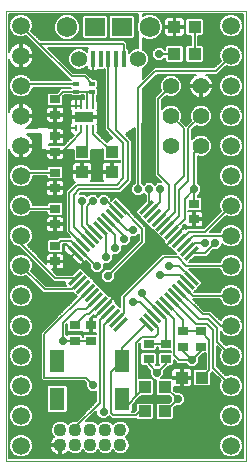
<source format=gtl>
G75*
%MOIN*%
%OFA0B0*%
%FSLAX25Y25*%
%IPPOS*%
%LPD*%
%AMOC8*
5,1,8,0,0,1.08239X$1,22.5*
%
%ADD10C,0.00000*%
%ADD11R,0.01181X0.05906*%
%ADD12R,0.05906X0.01181*%
%ADD13R,0.04331X0.03937*%
%ADD14R,0.05118X0.07480*%
%ADD15R,0.03543X0.02756*%
%ADD16R,0.01575X0.05315*%
%ADD17C,0.05346*%
%ADD18R,0.06890X0.06102*%
%ADD19C,0.06791*%
%ADD20C,0.04362*%
%ADD21C,0.05543*%
%ADD22C,0.05937*%
%ADD23R,0.01102X0.01969*%
%ADD24R,0.06299X0.03543*%
%ADD25R,0.03937X0.04331*%
%ADD26R,0.02165X0.01181*%
%ADD27C,0.00600*%
%ADD28C,0.02900*%
D10*
X0005100Y0005400D02*
X0005100Y0155361D01*
X0085000Y0155361D01*
X0085100Y0005400D01*
X0005100Y0005400D01*
D11*
G36*
X0030618Y0072906D02*
X0029783Y0072071D01*
X0025608Y0076246D01*
X0026443Y0077081D01*
X0030618Y0072906D01*
G37*
G36*
X0032010Y0074298D02*
X0031175Y0073463D01*
X0027000Y0077638D01*
X0027835Y0078473D01*
X0032010Y0074298D01*
G37*
G36*
X0033402Y0075690D02*
X0032567Y0074855D01*
X0028392Y0079030D01*
X0029227Y0079865D01*
X0033402Y0075690D01*
G37*
G36*
X0034794Y0077082D02*
X0033959Y0076247D01*
X0029784Y0080422D01*
X0030619Y0081257D01*
X0034794Y0077082D01*
G37*
G36*
X0036186Y0078474D02*
X0035351Y0077639D01*
X0031176Y0081814D01*
X0032011Y0082649D01*
X0036186Y0078474D01*
G37*
G36*
X0037578Y0079866D02*
X0036743Y0079031D01*
X0032568Y0083206D01*
X0033403Y0084041D01*
X0037578Y0079866D01*
G37*
G36*
X0038969Y0081257D02*
X0038134Y0080422D01*
X0033959Y0084597D01*
X0034794Y0085432D01*
X0038969Y0081257D01*
G37*
G36*
X0040361Y0082649D02*
X0039526Y0081814D01*
X0035351Y0085989D01*
X0036186Y0086824D01*
X0040361Y0082649D01*
G37*
G36*
X0041753Y0084041D02*
X0040918Y0083206D01*
X0036743Y0087381D01*
X0037578Y0088216D01*
X0041753Y0084041D01*
G37*
G36*
X0043145Y0085433D02*
X0042310Y0084598D01*
X0038135Y0088773D01*
X0038970Y0089608D01*
X0043145Y0085433D01*
G37*
G36*
X0044537Y0086825D02*
X0043702Y0085990D01*
X0039527Y0090165D01*
X0040362Y0091000D01*
X0044537Y0086825D01*
G37*
G36*
X0045929Y0088217D02*
X0045094Y0087382D01*
X0040919Y0091557D01*
X0041754Y0092392D01*
X0045929Y0088217D01*
G37*
G36*
X0064024Y0058986D02*
X0063189Y0058151D01*
X0059014Y0062326D01*
X0059849Y0063161D01*
X0064024Y0058986D01*
G37*
G36*
X0065416Y0060378D02*
X0064581Y0059543D01*
X0060406Y0063718D01*
X0061241Y0064553D01*
X0065416Y0060378D01*
G37*
G36*
X0066808Y0061770D02*
X0065973Y0060935D01*
X0061798Y0065110D01*
X0062633Y0065945D01*
X0066808Y0061770D01*
G37*
G36*
X0068200Y0063162D02*
X0067365Y0062327D01*
X0063190Y0066502D01*
X0064025Y0067337D01*
X0068200Y0063162D01*
G37*
G36*
X0069592Y0064554D02*
X0068757Y0063719D01*
X0064582Y0067894D01*
X0065417Y0068729D01*
X0069592Y0064554D01*
G37*
G36*
X0062632Y0057594D02*
X0061797Y0056759D01*
X0057622Y0060934D01*
X0058457Y0061769D01*
X0062632Y0057594D01*
G37*
G36*
X0061241Y0056203D02*
X0060406Y0055368D01*
X0056231Y0059543D01*
X0057066Y0060378D01*
X0061241Y0056203D01*
G37*
G36*
X0059849Y0054811D02*
X0059014Y0053976D01*
X0054839Y0058151D01*
X0055674Y0058986D01*
X0059849Y0054811D01*
G37*
G36*
X0058457Y0053419D02*
X0057622Y0052584D01*
X0053447Y0056759D01*
X0054282Y0057594D01*
X0058457Y0053419D01*
G37*
G36*
X0057065Y0052027D02*
X0056230Y0051192D01*
X0052055Y0055367D01*
X0052890Y0056202D01*
X0057065Y0052027D01*
G37*
G36*
X0055673Y0050635D02*
X0054838Y0049800D01*
X0050663Y0053975D01*
X0051498Y0054810D01*
X0055673Y0050635D01*
G37*
G36*
X0054281Y0049243D02*
X0053446Y0048408D01*
X0049271Y0052583D01*
X0050106Y0053418D01*
X0054281Y0049243D01*
G37*
D12*
G36*
X0045929Y0052583D02*
X0041754Y0048408D01*
X0040919Y0049243D01*
X0045094Y0053418D01*
X0045929Y0052583D01*
G37*
G36*
X0044537Y0053975D02*
X0040362Y0049800D01*
X0039527Y0050635D01*
X0043702Y0054810D01*
X0044537Y0053975D01*
G37*
G36*
X0043145Y0055367D02*
X0038970Y0051192D01*
X0038135Y0052027D01*
X0042310Y0056202D01*
X0043145Y0055367D01*
G37*
G36*
X0041753Y0056759D02*
X0037578Y0052584D01*
X0036743Y0053419D01*
X0040918Y0057594D01*
X0041753Y0056759D01*
G37*
G36*
X0040361Y0058151D02*
X0036186Y0053976D01*
X0035351Y0054811D01*
X0039526Y0058986D01*
X0040361Y0058151D01*
G37*
G36*
X0038969Y0059543D02*
X0034794Y0055368D01*
X0033959Y0056203D01*
X0038134Y0060378D01*
X0038969Y0059543D01*
G37*
G36*
X0037578Y0060934D02*
X0033403Y0056759D01*
X0032568Y0057594D01*
X0036743Y0061769D01*
X0037578Y0060934D01*
G37*
G36*
X0036186Y0062326D02*
X0032011Y0058151D01*
X0031176Y0058986D01*
X0035351Y0063161D01*
X0036186Y0062326D01*
G37*
G36*
X0034794Y0063718D02*
X0030619Y0059543D01*
X0029784Y0060378D01*
X0033959Y0064553D01*
X0034794Y0063718D01*
G37*
G36*
X0033402Y0065110D02*
X0029227Y0060935D01*
X0028392Y0061770D01*
X0032567Y0065945D01*
X0033402Y0065110D01*
G37*
G36*
X0032010Y0066502D02*
X0027835Y0062327D01*
X0027000Y0063162D01*
X0031175Y0067337D01*
X0032010Y0066502D01*
G37*
G36*
X0030618Y0067894D02*
X0026443Y0063719D01*
X0025608Y0064554D01*
X0029783Y0068729D01*
X0030618Y0067894D01*
G37*
G36*
X0054281Y0091557D02*
X0050106Y0087382D01*
X0049271Y0088217D01*
X0053446Y0092392D01*
X0054281Y0091557D01*
G37*
G36*
X0055673Y0090165D02*
X0051498Y0085990D01*
X0050663Y0086825D01*
X0054838Y0091000D01*
X0055673Y0090165D01*
G37*
G36*
X0057065Y0088773D02*
X0052890Y0084598D01*
X0052055Y0085433D01*
X0056230Y0089608D01*
X0057065Y0088773D01*
G37*
G36*
X0058457Y0087381D02*
X0054282Y0083206D01*
X0053447Y0084041D01*
X0057622Y0088216D01*
X0058457Y0087381D01*
G37*
G36*
X0059849Y0085989D02*
X0055674Y0081814D01*
X0054839Y0082649D01*
X0059014Y0086824D01*
X0059849Y0085989D01*
G37*
G36*
X0061241Y0084597D02*
X0057066Y0080422D01*
X0056231Y0081257D01*
X0060406Y0085432D01*
X0061241Y0084597D01*
G37*
G36*
X0062632Y0083206D02*
X0058457Y0079031D01*
X0057622Y0079866D01*
X0061797Y0084041D01*
X0062632Y0083206D01*
G37*
G36*
X0064024Y0081814D02*
X0059849Y0077639D01*
X0059014Y0078474D01*
X0063189Y0082649D01*
X0064024Y0081814D01*
G37*
G36*
X0065416Y0080422D02*
X0061241Y0076247D01*
X0060406Y0077082D01*
X0064581Y0081257D01*
X0065416Y0080422D01*
G37*
G36*
X0066808Y0079030D02*
X0062633Y0074855D01*
X0061798Y0075690D01*
X0065973Y0079865D01*
X0066808Y0079030D01*
G37*
G36*
X0068200Y0077638D02*
X0064025Y0073463D01*
X0063190Y0074298D01*
X0067365Y0078473D01*
X0068200Y0077638D01*
G37*
G36*
X0069592Y0076246D02*
X0065417Y0072071D01*
X0064582Y0072906D01*
X0068757Y0077081D01*
X0069592Y0076246D01*
G37*
D13*
X0070346Y0033100D03*
X0063654Y0033100D03*
X0058046Y0030000D03*
X0058046Y0021900D03*
X0051354Y0021900D03*
X0051354Y0030000D03*
X0061254Y0141000D03*
X0061254Y0150000D03*
X0067946Y0150000D03*
X0067946Y0141000D03*
D14*
X0043827Y0038599D03*
X0043827Y0026001D03*
X0022173Y0026001D03*
X0022173Y0038599D03*
D15*
X0028000Y0045441D03*
X0028000Y0050559D03*
X0033400Y0050559D03*
X0033400Y0045441D03*
X0021500Y0071841D03*
X0021500Y0076959D03*
X0021500Y0084241D03*
X0021500Y0089359D03*
X0021500Y0096341D03*
X0021500Y0101459D03*
X0021500Y0108441D03*
X0021500Y0113559D03*
X0021500Y0120741D03*
X0021500Y0125859D03*
X0064200Y0048559D03*
X0064200Y0043441D03*
X0058400Y0044359D03*
X0058400Y0039241D03*
X0052600Y0039241D03*
X0052600Y0044359D03*
X0070000Y0043441D03*
X0070000Y0048559D03*
X0067800Y0085941D03*
X0067800Y0091059D03*
D16*
X0044318Y0139370D03*
X0041759Y0139370D03*
X0039200Y0139370D03*
X0036641Y0139370D03*
X0034082Y0139370D03*
D17*
X0029357Y0139370D03*
X0049043Y0139370D03*
D18*
X0043629Y0150000D03*
X0034771Y0150000D03*
D19*
X0025420Y0150000D03*
X0052980Y0150000D03*
D20*
X0043200Y0015700D03*
X0043200Y0010700D03*
X0038200Y0010700D03*
X0038200Y0015700D03*
X0033200Y0015700D03*
X0033200Y0010700D03*
X0028200Y0010700D03*
X0028200Y0015700D03*
X0023200Y0015700D03*
X0023200Y0010700D03*
D21*
X0060100Y0110400D03*
X0060100Y0120400D03*
X0060100Y0130400D03*
X0070100Y0130400D03*
X0070100Y0120400D03*
X0070100Y0110400D03*
D22*
X0080100Y0110400D03*
X0080100Y0100400D03*
X0080100Y0090400D03*
X0080100Y0080400D03*
X0080100Y0070400D03*
X0080100Y0060400D03*
X0080100Y0050400D03*
X0080100Y0040400D03*
X0080100Y0030400D03*
X0080100Y0020400D03*
X0080100Y0010400D03*
X0080100Y0120400D03*
X0080100Y0130400D03*
X0080100Y0140400D03*
X0080100Y0150400D03*
X0010100Y0150400D03*
X0010100Y0140400D03*
X0010100Y0130400D03*
X0010100Y0120400D03*
X0010100Y0110400D03*
X0010100Y0100400D03*
X0010100Y0090400D03*
X0010100Y0080400D03*
X0010100Y0070400D03*
X0010100Y0060400D03*
X0010100Y0050400D03*
X0010100Y0040400D03*
X0010100Y0030400D03*
X0010100Y0020400D03*
X0010100Y0010400D03*
D23*
X0028294Y0116320D03*
X0030263Y0116320D03*
X0032231Y0116320D03*
X0034200Y0116320D03*
X0034200Y0123800D03*
X0032231Y0123800D03*
X0030263Y0123800D03*
X0028294Y0123800D03*
D24*
X0031247Y0120060D03*
D25*
X0030500Y0108346D03*
X0030500Y0101654D03*
X0040300Y0101654D03*
X0040300Y0108346D03*
D26*
X0033800Y0128441D03*
X0033800Y0131000D03*
X0028500Y0131000D03*
X0028500Y0128441D03*
D27*
X0024082Y0128441D01*
X0021500Y0125859D01*
X0022081Y0128137D02*
X0019356Y0128137D01*
X0018828Y0127610D01*
X0018828Y0124108D01*
X0019356Y0123581D01*
X0023644Y0123581D01*
X0024172Y0124108D01*
X0024172Y0126834D01*
X0024579Y0127241D01*
X0026754Y0127241D01*
X0027045Y0126950D01*
X0029955Y0126950D01*
X0030246Y0127241D01*
X0031031Y0127241D01*
X0031031Y0126072D01*
X0030985Y0126084D01*
X0030263Y0126084D01*
X0030263Y0123800D01*
X0030263Y0123800D01*
X0030263Y0123800D01*
X0030146Y0123800D01*
X0028295Y0123800D01*
X0028295Y0123800D01*
X0030263Y0123800D01*
X0030263Y0126084D01*
X0029541Y0126084D01*
X0029279Y0126014D01*
X0029017Y0126084D01*
X0028295Y0126084D01*
X0028295Y0123800D01*
X0028294Y0123800D01*
X0026443Y0123800D01*
X0026443Y0122645D01*
X0026532Y0122314D01*
X0026703Y0122018D01*
X0026798Y0121923D01*
X0026798Y0120360D01*
X0030947Y0120360D01*
X0030947Y0119760D01*
X0026798Y0119760D01*
X0026798Y0118197D01*
X0026703Y0118102D01*
X0026532Y0117806D01*
X0026443Y0117475D01*
X0026443Y0116320D01*
X0028294Y0116320D01*
X0028294Y0116320D01*
X0026443Y0116320D01*
X0026443Y0115164D01*
X0026532Y0114834D01*
X0026703Y0114537D01*
X0026945Y0114295D01*
X0027242Y0114124D01*
X0027572Y0114035D01*
X0027738Y0114035D01*
X0025855Y0112152D01*
X0024309Y0110628D01*
X0023739Y0110625D01*
X0023644Y0110719D01*
X0019402Y0110719D01*
X0019405Y0110922D01*
X0019557Y0110881D01*
X0021200Y0110881D01*
X0021200Y0113259D01*
X0021800Y0113259D01*
X0021800Y0110881D01*
X0023443Y0110881D01*
X0023773Y0110970D01*
X0024070Y0111141D01*
X0024312Y0111383D01*
X0024483Y0111679D01*
X0024572Y0112010D01*
X0024572Y0113259D01*
X0021800Y0113259D01*
X0021800Y0113859D01*
X0024572Y0113859D01*
X0024572Y0115108D01*
X0024483Y0115439D01*
X0024312Y0115735D01*
X0024070Y0115977D01*
X0023773Y0116148D01*
X0023443Y0116237D01*
X0021800Y0116237D01*
X0021800Y0113859D01*
X0021200Y0113859D01*
X0021200Y0116237D01*
X0019557Y0116237D01*
X0019495Y0116220D01*
X0019500Y0116500D01*
X0011764Y0116457D01*
X0012337Y0116749D01*
X0012881Y0117144D01*
X0013356Y0117619D01*
X0013751Y0118163D01*
X0014056Y0118761D01*
X0014263Y0119400D01*
X0014368Y0120064D01*
X0014368Y0120100D01*
X0010400Y0120100D01*
X0010400Y0120700D01*
X0009800Y0120700D01*
X0009800Y0124668D01*
X0009764Y0124668D01*
X0009100Y0124563D01*
X0008461Y0124356D01*
X0007863Y0124051D01*
X0007319Y0123656D01*
X0006844Y0123181D01*
X0006449Y0122637D01*
X0006144Y0122039D01*
X0006000Y0121595D01*
X0006000Y0139205D01*
X0006144Y0138761D01*
X0006449Y0138163D01*
X0006844Y0137619D01*
X0007319Y0137144D01*
X0007863Y0136749D01*
X0008461Y0136444D01*
X0009100Y0136237D01*
X0009764Y0136131D01*
X0009800Y0136131D01*
X0009800Y0140100D01*
X0010400Y0140100D01*
X0010400Y0140700D01*
X0009800Y0140700D01*
X0009800Y0144668D01*
X0009764Y0144668D01*
X0009100Y0144563D01*
X0008461Y0144356D01*
X0007863Y0144051D01*
X0007319Y0143656D01*
X0006844Y0143181D01*
X0006449Y0142637D01*
X0006144Y0142039D01*
X0006000Y0141595D01*
X0006000Y0154461D01*
X0049200Y0154461D01*
X0049200Y0152101D01*
X0048684Y0150854D01*
X0048684Y0149146D01*
X0049200Y0147899D01*
X0049200Y0142943D01*
X0048332Y0142943D01*
X0047018Y0142399D01*
X0046013Y0141394D01*
X0046005Y0141375D01*
X0046005Y0142400D01*
X0045518Y0142888D01*
X0045518Y0144797D01*
X0044815Y0145500D01*
X0016697Y0145500D01*
X0013558Y0148639D01*
X0013968Y0149630D01*
X0013968Y0151169D01*
X0013380Y0152591D01*
X0012291Y0153680D01*
X0010869Y0154268D01*
X0009330Y0154268D01*
X0007909Y0153680D01*
X0006820Y0152591D01*
X0006231Y0151169D01*
X0006231Y0149630D01*
X0006820Y0148209D01*
X0007909Y0147120D01*
X0009330Y0146531D01*
X0010869Y0146531D01*
X0011861Y0146942D01*
X0015000Y0143803D01*
X0026503Y0132300D01*
X0026854Y0132300D01*
X0026754Y0132200D01*
X0013542Y0132200D01*
X0013380Y0132591D01*
X0012291Y0133680D01*
X0010869Y0134268D01*
X0009330Y0134268D01*
X0007909Y0133680D01*
X0006820Y0132591D01*
X0006231Y0131169D01*
X0006231Y0129630D01*
X0006820Y0128209D01*
X0007909Y0127120D01*
X0009330Y0126531D01*
X0010869Y0126531D01*
X0012291Y0127120D01*
X0013380Y0128209D01*
X0013968Y0129630D01*
X0013968Y0129800D01*
X0026754Y0129800D01*
X0026834Y0129720D01*
X0026754Y0129641D01*
X0023585Y0129641D01*
X0022081Y0128137D01*
X0022637Y0128693D02*
X0013580Y0128693D01*
X0013828Y0129292D02*
X0023236Y0129292D01*
X0024236Y0126898D02*
X0031031Y0126898D01*
X0031031Y0126299D02*
X0024172Y0126299D01*
X0024172Y0125701D02*
X0026821Y0125701D01*
X0026703Y0125582D02*
X0026532Y0125286D01*
X0026443Y0124955D01*
X0026443Y0123800D01*
X0028294Y0123800D01*
X0028294Y0123800D01*
X0028294Y0126084D01*
X0027572Y0126084D01*
X0027242Y0125996D01*
X0026945Y0125824D01*
X0026703Y0125582D01*
X0026483Y0125102D02*
X0024172Y0125102D01*
X0024172Y0124504D02*
X0026443Y0124504D01*
X0026443Y0123905D02*
X0023969Y0123905D01*
X0023773Y0123330D02*
X0023443Y0123419D01*
X0021800Y0123419D01*
X0021800Y0121041D01*
X0021200Y0121041D01*
X0021200Y0123419D01*
X0019557Y0123419D01*
X0019227Y0123330D01*
X0018930Y0123159D01*
X0018688Y0122917D01*
X0018517Y0122621D01*
X0018428Y0122290D01*
X0018428Y0121041D01*
X0021200Y0121041D01*
X0021200Y0120441D01*
X0018428Y0120441D01*
X0018428Y0119192D01*
X0018517Y0118861D01*
X0018688Y0118565D01*
X0018930Y0118323D01*
X0019227Y0118152D01*
X0019557Y0118063D01*
X0021200Y0118063D01*
X0021200Y0120441D01*
X0021800Y0120441D01*
X0021800Y0121041D01*
X0024572Y0121041D01*
X0024572Y0122290D01*
X0024483Y0122621D01*
X0024312Y0122917D01*
X0024070Y0123159D01*
X0023773Y0123330D01*
X0023814Y0123307D02*
X0026443Y0123307D01*
X0026443Y0122708D02*
X0024433Y0122708D01*
X0024572Y0122110D02*
X0026650Y0122110D01*
X0026798Y0121511D02*
X0024572Y0121511D01*
X0024572Y0120441D02*
X0021800Y0120441D01*
X0021800Y0118063D01*
X0023443Y0118063D01*
X0023773Y0118152D01*
X0024070Y0118323D01*
X0024312Y0118565D01*
X0024483Y0118861D01*
X0024572Y0119192D01*
X0024572Y0120441D01*
X0024572Y0120314D02*
X0030947Y0120314D01*
X0031547Y0120314D02*
X0038000Y0120314D01*
X0038000Y0119716D02*
X0035697Y0119716D01*
X0035697Y0119760D02*
X0031547Y0119760D01*
X0031547Y0120360D01*
X0035697Y0120360D01*
X0035697Y0122003D01*
X0035608Y0122333D01*
X0035584Y0122376D01*
X0035651Y0122443D01*
X0035651Y0125157D01*
X0035400Y0125408D01*
X0035400Y0127095D01*
X0035783Y0127478D01*
X0035783Y0129404D01*
X0035466Y0129720D01*
X0035783Y0130037D01*
X0035783Y0131963D01*
X0035255Y0132491D01*
X0034006Y0132491D01*
X0032500Y0133997D01*
X0031797Y0134700D01*
X0027497Y0134700D01*
X0019097Y0143100D01*
X0032552Y0143100D01*
X0032496Y0143068D01*
X0032254Y0142826D01*
X0032083Y0142529D01*
X0031994Y0142199D01*
X0031994Y0141786D01*
X0031382Y0142399D01*
X0030068Y0142943D01*
X0028647Y0142943D01*
X0027333Y0142399D01*
X0026328Y0141394D01*
X0025784Y0140081D01*
X0025784Y0138659D01*
X0026328Y0137346D01*
X0027333Y0136341D01*
X0028647Y0135797D01*
X0030068Y0135797D01*
X0031382Y0136341D01*
X0031994Y0136954D01*
X0031994Y0136541D01*
X0032083Y0136211D01*
X0032254Y0135914D01*
X0032496Y0135672D01*
X0032793Y0135501D01*
X0033123Y0135413D01*
X0033988Y0135413D01*
X0033988Y0139276D01*
X0034176Y0139276D01*
X0034176Y0135413D01*
X0035040Y0135413D01*
X0035371Y0135501D01*
X0035668Y0135672D01*
X0035808Y0135813D01*
X0037801Y0135813D01*
X0037920Y0135932D01*
X0038000Y0135852D01*
X0038000Y0115703D01*
X0040584Y0113119D01*
X0038601Y0111742D01*
X0035516Y0114827D01*
X0035651Y0114963D01*
X0035651Y0117677D01*
X0035584Y0117744D01*
X0035608Y0117786D01*
X0035697Y0118117D01*
X0035697Y0119760D01*
X0035697Y0119117D02*
X0038000Y0119117D01*
X0038000Y0118519D02*
X0035697Y0118519D01*
X0035644Y0117920D02*
X0038000Y0117920D01*
X0038000Y0117322D02*
X0035651Y0117322D01*
X0035651Y0116723D02*
X0038000Y0116723D01*
X0038000Y0116125D02*
X0035651Y0116125D01*
X0035651Y0115526D02*
X0038177Y0115526D01*
X0038775Y0114928D02*
X0035616Y0114928D01*
X0036014Y0114329D02*
X0039374Y0114329D01*
X0039972Y0113731D02*
X0036613Y0113731D01*
X0037211Y0113132D02*
X0040571Y0113132D01*
X0039741Y0112534D02*
X0037810Y0112534D01*
X0038408Y0111935D02*
X0038879Y0111935D01*
X0037431Y0109375D02*
X0037431Y0105808D01*
X0037959Y0105281D01*
X0042641Y0105281D01*
X0043000Y0105640D01*
X0043000Y0104898D01*
X0042770Y0105030D01*
X0042440Y0105119D01*
X0040600Y0105119D01*
X0040600Y0101954D01*
X0040000Y0101954D01*
X0040000Y0105119D01*
X0038160Y0105119D01*
X0037830Y0105030D01*
X0037533Y0104859D01*
X0037291Y0104617D01*
X0037120Y0104321D01*
X0037031Y0103990D01*
X0037031Y0101954D01*
X0040000Y0101954D01*
X0040000Y0101354D01*
X0037031Y0101354D01*
X0037031Y0099317D01*
X0037120Y0098986D01*
X0037291Y0098690D01*
X0037481Y0098500D01*
X0033319Y0098500D01*
X0033509Y0098690D01*
X0033680Y0098986D01*
X0033768Y0099317D01*
X0033768Y0101354D01*
X0030800Y0101354D01*
X0030800Y0101954D01*
X0030200Y0101954D01*
X0030200Y0105119D01*
X0028360Y0105119D01*
X0028030Y0105030D01*
X0027733Y0104859D01*
X0027491Y0104617D01*
X0027320Y0104321D01*
X0027231Y0103990D01*
X0027231Y0101954D01*
X0030200Y0101954D01*
X0030200Y0101354D01*
X0027231Y0101354D01*
X0027231Y0099317D01*
X0027320Y0098986D01*
X0027491Y0098690D01*
X0027733Y0098448D01*
X0027998Y0098295D01*
X0025000Y0095297D01*
X0025000Y0081559D01*
X0025703Y0080856D01*
X0026559Y0080000D01*
X0022844Y0080000D01*
X0022081Y0079237D01*
X0019356Y0079237D01*
X0018828Y0078710D01*
X0018828Y0075208D01*
X0019356Y0074681D01*
X0023644Y0074681D01*
X0024172Y0075208D01*
X0024172Y0077600D01*
X0025123Y0077600D01*
X0025106Y0077583D01*
X0028113Y0074576D01*
X0031120Y0071569D01*
X0031659Y0072107D01*
X0031662Y0072113D01*
X0033150Y0070625D01*
X0033150Y0069427D01*
X0034527Y0068050D01*
X0036473Y0068050D01*
X0037850Y0069427D01*
X0037850Y0071050D01*
X0039473Y0071050D01*
X0040850Y0072427D01*
X0040850Y0074050D01*
X0042473Y0074050D01*
X0043850Y0075427D01*
X0043850Y0077050D01*
X0045473Y0077050D01*
X0046850Y0078427D01*
X0046850Y0080050D01*
X0048473Y0080050D01*
X0049300Y0080877D01*
X0049300Y0078897D01*
X0039653Y0069250D01*
X0038027Y0069250D01*
X0036650Y0067873D01*
X0036650Y0065927D01*
X0038027Y0064550D01*
X0039973Y0064550D01*
X0041350Y0065927D01*
X0041350Y0067553D01*
X0051700Y0077903D01*
X0051700Y0083308D01*
X0050997Y0084011D01*
X0046830Y0088179D01*
X0046830Y0088590D01*
X0042127Y0093293D01*
X0041381Y0093293D01*
X0040156Y0092068D01*
X0039950Y0092275D01*
X0039950Y0092873D01*
X0038573Y0094250D01*
X0036627Y0094250D01*
X0035850Y0093473D01*
X0034973Y0094350D01*
X0033027Y0094350D01*
X0032200Y0093523D01*
X0031273Y0094450D01*
X0029747Y0094450D01*
X0029997Y0094700D01*
X0043297Y0094700D01*
X0044000Y0095403D01*
X0046397Y0097800D01*
X0046397Y0097800D01*
X0047100Y0098503D01*
X0047100Y0112097D01*
X0044941Y0114256D01*
X0048000Y0116245D01*
X0048000Y0098023D01*
X0046850Y0096873D01*
X0046850Y0094927D01*
X0048227Y0093550D01*
X0050173Y0093550D01*
X0051000Y0094377D01*
X0051600Y0093777D01*
X0051600Y0091819D01*
X0048370Y0088590D01*
X0048370Y0087844D01*
X0049733Y0086482D01*
X0049762Y0086482D01*
X0049762Y0086452D01*
X0051125Y0085090D01*
X0051154Y0085090D01*
X0051154Y0085060D01*
X0052517Y0083698D01*
X0052546Y0083698D01*
X0052546Y0083668D01*
X0053909Y0082306D01*
X0053938Y0082306D01*
X0053938Y0082276D01*
X0055300Y0080914D01*
X0055330Y0080914D01*
X0055330Y0080884D01*
X0056692Y0079522D01*
X0056722Y0079522D01*
X0056722Y0079492D01*
X0057714Y0078500D01*
X0057714Y0078302D01*
X0057803Y0077971D01*
X0057974Y0077675D01*
X0058512Y0077136D01*
X0059051Y0076598D01*
X0059347Y0076427D01*
X0059678Y0076338D01*
X0059876Y0076338D01*
X0060868Y0075346D01*
X0060898Y0075346D01*
X0060898Y0075317D01*
X0061814Y0074400D01*
X0057103Y0074400D01*
X0043100Y0060397D01*
X0043100Y0056686D01*
X0042683Y0057102D01*
X0042654Y0057102D01*
X0042654Y0057132D01*
X0041662Y0058124D01*
X0041662Y0058322D01*
X0041573Y0058653D01*
X0041402Y0058949D01*
X0040864Y0059488D01*
X0037857Y0056481D01*
X0037856Y0056481D01*
X0040863Y0059488D01*
X0040325Y0060026D01*
X0040028Y0060197D01*
X0039698Y0060286D01*
X0039500Y0060286D01*
X0038508Y0061278D01*
X0038478Y0061278D01*
X0038478Y0061308D01*
X0037116Y0062670D01*
X0037086Y0062670D01*
X0037086Y0062700D01*
X0035724Y0064062D01*
X0035694Y0064062D01*
X0035694Y0064091D01*
X0034332Y0065454D01*
X0034302Y0065454D01*
X0034302Y0065483D01*
X0032940Y0066846D01*
X0032910Y0066846D01*
X0032910Y0066875D01*
X0031548Y0068238D01*
X0031518Y0068238D01*
X0031518Y0068267D01*
X0030156Y0069630D01*
X0029410Y0069630D01*
X0027205Y0067424D01*
X0022073Y0067424D01*
X0020334Y0069163D01*
X0021200Y0069163D01*
X0021200Y0071541D01*
X0018428Y0071541D01*
X0018428Y0071069D01*
X0012334Y0077163D01*
X0013380Y0078209D01*
X0013968Y0079630D01*
X0013968Y0081169D01*
X0013380Y0082591D01*
X0012291Y0083680D01*
X0010869Y0084268D01*
X0009330Y0084268D01*
X0007909Y0083680D01*
X0006820Y0082591D01*
X0006231Y0081169D01*
X0006231Y0079630D01*
X0006820Y0078209D01*
X0007909Y0077120D01*
X0009330Y0076531D01*
X0009571Y0076531D01*
X0020376Y0065727D01*
X0021079Y0065024D01*
X0024805Y0065024D01*
X0024707Y0064927D01*
X0024707Y0064181D01*
X0025188Y0063700D01*
X0018497Y0063700D01*
X0013558Y0068639D01*
X0013968Y0069630D01*
X0013968Y0071169D01*
X0013380Y0072591D01*
X0012291Y0073680D01*
X0010869Y0074268D01*
X0009330Y0074268D01*
X0007909Y0073680D01*
X0006820Y0072591D01*
X0006231Y0071169D01*
X0006231Y0069630D01*
X0006820Y0068209D01*
X0007909Y0067120D01*
X0009330Y0066531D01*
X0010869Y0066531D01*
X0011861Y0066942D01*
X0017503Y0061300D01*
X0027588Y0061300D01*
X0028716Y0060173D01*
X0017303Y0048760D01*
X0016600Y0048057D01*
X0016600Y0032603D01*
X0017303Y0031900D01*
X0031203Y0031900D01*
X0031650Y0031453D01*
X0031650Y0029827D01*
X0033027Y0028450D01*
X0034973Y0028450D01*
X0035200Y0028677D01*
X0035200Y0025197D01*
X0028784Y0018781D01*
X0027587Y0018781D01*
X0026455Y0018312D01*
X0025700Y0017557D01*
X0024945Y0018312D01*
X0023813Y0018781D01*
X0022587Y0018781D01*
X0021455Y0018312D01*
X0020588Y0017445D01*
X0020119Y0016313D01*
X0020119Y0015087D01*
X0020588Y0013955D01*
X0021076Y0013467D01*
X0020981Y0013404D01*
X0020496Y0012919D01*
X0020115Y0012349D01*
X0019853Y0011715D01*
X0019719Y0011043D01*
X0019719Y0010991D01*
X0022909Y0010991D01*
X0022909Y0010409D01*
X0023491Y0010409D01*
X0023491Y0007219D01*
X0023543Y0007219D01*
X0024215Y0007353D01*
X0024849Y0007615D01*
X0025419Y0007996D01*
X0025904Y0008481D01*
X0025967Y0008576D01*
X0026455Y0008088D01*
X0027587Y0007619D01*
X0028813Y0007619D01*
X0029945Y0008088D01*
X0030700Y0008843D01*
X0031455Y0008088D01*
X0032587Y0007619D01*
X0033813Y0007619D01*
X0034945Y0008088D01*
X0035700Y0008843D01*
X0036455Y0008088D01*
X0037587Y0007619D01*
X0038813Y0007619D01*
X0039945Y0008088D01*
X0040700Y0008843D01*
X0041455Y0008088D01*
X0042587Y0007619D01*
X0043813Y0007619D01*
X0044945Y0008088D01*
X0045812Y0008955D01*
X0046281Y0010087D01*
X0046281Y0011313D01*
X0045812Y0012445D01*
X0045057Y0013200D01*
X0045812Y0013955D01*
X0046281Y0015087D01*
X0046281Y0016313D01*
X0045812Y0017445D01*
X0044945Y0018312D01*
X0043813Y0018781D01*
X0042587Y0018781D01*
X0041455Y0018312D01*
X0040700Y0017557D01*
X0039945Y0018312D01*
X0038813Y0018781D01*
X0037587Y0018781D01*
X0036455Y0018312D01*
X0035700Y0017557D01*
X0034945Y0018312D01*
X0033813Y0018781D01*
X0032587Y0018781D01*
X0031889Y0018492D01*
X0035250Y0021853D01*
X0035250Y0020727D01*
X0036627Y0019350D01*
X0038573Y0019350D01*
X0039513Y0020290D01*
X0039700Y0020103D01*
X0040403Y0019400D01*
X0048447Y0019400D01*
X0048815Y0019031D01*
X0053892Y0019031D01*
X0054419Y0019559D01*
X0054419Y0024241D01*
X0053892Y0024768D01*
X0048815Y0024768D01*
X0048288Y0024241D01*
X0048288Y0022285D01*
X0047803Y0021800D01*
X0047198Y0021800D01*
X0047286Y0021888D01*
X0047286Y0024053D01*
X0048816Y0025640D01*
X0048816Y0025640D01*
X0049154Y0025990D01*
X0049498Y0026334D01*
X0049498Y0026347D01*
X0050255Y0027131D01*
X0053892Y0027131D01*
X0054419Y0027659D01*
X0054419Y0032341D01*
X0053892Y0032868D01*
X0049498Y0032868D01*
X0049498Y0044201D01*
X0049928Y0044631D01*
X0049928Y0042608D01*
X0050456Y0042081D01*
X0054744Y0042081D01*
X0055272Y0042608D01*
X0055272Y0043159D01*
X0055728Y0043159D01*
X0055728Y0042608D01*
X0056256Y0042081D01*
X0060000Y0042081D01*
X0060000Y0041519D01*
X0056256Y0041519D01*
X0055728Y0040992D01*
X0055728Y0037490D01*
X0056069Y0037150D01*
X0054931Y0037150D01*
X0055272Y0037490D01*
X0055272Y0040992D01*
X0054744Y0041519D01*
X0050456Y0041519D01*
X0049928Y0040992D01*
X0049928Y0037490D01*
X0050456Y0036963D01*
X0051640Y0036963D01*
X0053150Y0035453D01*
X0053150Y0033827D01*
X0054527Y0032450D01*
X0055090Y0032450D01*
X0054981Y0032341D01*
X0054981Y0027659D01*
X0055508Y0027131D01*
X0059371Y0027131D01*
X0059950Y0026553D01*
X0059950Y0025247D01*
X0059471Y0024768D01*
X0055508Y0024768D01*
X0054981Y0024241D01*
X0054981Y0019559D01*
X0055508Y0019031D01*
X0060585Y0019031D01*
X0061112Y0019559D01*
X0061112Y0023015D01*
X0061647Y0023550D01*
X0063273Y0023550D01*
X0064650Y0024927D01*
X0064650Y0026873D01*
X0063273Y0028250D01*
X0061647Y0028250D01*
X0061112Y0028785D01*
X0061112Y0029887D01*
X0061317Y0029831D01*
X0063354Y0029831D01*
X0063354Y0032800D01*
X0063954Y0032800D01*
X0063954Y0033400D01*
X0067119Y0033400D01*
X0067119Y0035240D01*
X0067030Y0035570D01*
X0066859Y0035867D01*
X0066617Y0036109D01*
X0066321Y0036280D01*
X0065990Y0036368D01*
X0063954Y0036368D01*
X0063954Y0033400D01*
X0063354Y0033400D01*
X0063354Y0036368D01*
X0061317Y0036368D01*
X0060986Y0036280D01*
X0060690Y0036109D01*
X0060448Y0035867D01*
X0060277Y0035570D01*
X0060188Y0035240D01*
X0060188Y0033400D01*
X0063353Y0033400D01*
X0063353Y0032800D01*
X0060653Y0032800D01*
X0060585Y0032868D01*
X0056892Y0032868D01*
X0057850Y0033827D01*
X0057850Y0035453D01*
X0059360Y0036963D01*
X0060544Y0036963D01*
X0061072Y0037490D01*
X0061072Y0038931D01*
X0061500Y0038503D01*
X0062203Y0037800D01*
X0064977Y0037800D01*
X0066127Y0036650D01*
X0068073Y0036650D01*
X0069450Y0038027D01*
X0069450Y0039653D01*
X0070960Y0041163D01*
X0071600Y0041163D01*
X0071600Y0036051D01*
X0071518Y0035968D01*
X0067808Y0035968D01*
X0067281Y0035441D01*
X0067281Y0030759D01*
X0067808Y0030231D01*
X0072885Y0030231D01*
X0073412Y0030759D01*
X0073412Y0034468D01*
X0073873Y0034930D01*
X0076642Y0032161D01*
X0076231Y0031169D01*
X0076231Y0029630D01*
X0076820Y0028209D01*
X0077909Y0027120D01*
X0079330Y0026531D01*
X0080869Y0026531D01*
X0082291Y0027120D01*
X0083380Y0028209D01*
X0083968Y0029630D01*
X0083968Y0031169D01*
X0083380Y0032591D01*
X0082291Y0033680D01*
X0080869Y0034268D01*
X0079330Y0034268D01*
X0078339Y0033858D01*
X0075300Y0036897D01*
X0075300Y0043503D01*
X0076642Y0042161D01*
X0076231Y0041169D01*
X0076231Y0039630D01*
X0076820Y0038209D01*
X0077909Y0037120D01*
X0079330Y0036531D01*
X0080869Y0036531D01*
X0082291Y0037120D01*
X0083380Y0038209D01*
X0083968Y0039630D01*
X0083968Y0041169D01*
X0083380Y0042591D01*
X0082291Y0043680D01*
X0080869Y0044268D01*
X0079330Y0044268D01*
X0078339Y0043858D01*
X0076700Y0045497D01*
X0076700Y0048499D01*
X0076820Y0048209D01*
X0077909Y0047120D01*
X0079330Y0046531D01*
X0080869Y0046531D01*
X0082291Y0047120D01*
X0083380Y0048209D01*
X0083968Y0049630D01*
X0083968Y0051169D01*
X0083380Y0052591D01*
X0082291Y0053680D01*
X0080869Y0054268D01*
X0079330Y0054268D01*
X0077909Y0053680D01*
X0076820Y0052591D01*
X0076640Y0052157D01*
X0074100Y0054697D01*
X0073397Y0055400D01*
X0071257Y0055400D01*
X0067457Y0059200D01*
X0076410Y0059200D01*
X0076820Y0058209D01*
X0077909Y0057120D01*
X0079330Y0056531D01*
X0080869Y0056531D01*
X0082291Y0057120D01*
X0083380Y0058209D01*
X0083968Y0059630D01*
X0083968Y0061169D01*
X0083380Y0062591D01*
X0082291Y0063680D01*
X0080869Y0064268D01*
X0079330Y0064268D01*
X0077909Y0063680D01*
X0076820Y0062591D01*
X0076410Y0061600D01*
X0067912Y0061600D01*
X0069101Y0062789D01*
X0069101Y0062819D01*
X0069130Y0062819D01*
X0070493Y0064181D01*
X0070493Y0064927D01*
X0066219Y0069200D01*
X0076410Y0069200D01*
X0076820Y0068209D01*
X0077909Y0067120D01*
X0079330Y0066531D01*
X0080869Y0066531D01*
X0082291Y0067120D01*
X0083380Y0068209D01*
X0083968Y0069630D01*
X0083968Y0071169D01*
X0083380Y0072591D01*
X0082291Y0073680D01*
X0080869Y0074268D01*
X0079330Y0074268D01*
X0077909Y0073680D01*
X0076820Y0072591D01*
X0076410Y0071600D01*
X0066219Y0071600D01*
X0067995Y0073376D01*
X0072073Y0073376D01*
X0074247Y0075550D01*
X0075873Y0075550D01*
X0077250Y0076927D01*
X0077250Y0077779D01*
X0077909Y0077120D01*
X0079330Y0076531D01*
X0080869Y0076531D01*
X0082291Y0077120D01*
X0083380Y0078209D01*
X0083968Y0079630D01*
X0083968Y0081169D01*
X0083380Y0082591D01*
X0082291Y0083680D01*
X0080869Y0084268D01*
X0079330Y0084268D01*
X0077909Y0083680D01*
X0076820Y0082591D01*
X0076410Y0081600D01*
X0072997Y0081600D01*
X0078339Y0086942D01*
X0079330Y0086531D01*
X0080869Y0086531D01*
X0082291Y0087120D01*
X0083380Y0088209D01*
X0083968Y0089630D01*
X0083968Y0091169D01*
X0083380Y0092591D01*
X0082291Y0093680D01*
X0080869Y0094268D01*
X0079330Y0094268D01*
X0077909Y0093680D01*
X0076820Y0092591D01*
X0076231Y0091169D01*
X0076231Y0089630D01*
X0076642Y0088639D01*
X0071003Y0083000D01*
X0065463Y0083000D01*
X0065069Y0082606D01*
X0065065Y0082612D01*
X0064527Y0083151D01*
X0061520Y0080144D01*
X0061519Y0080144D01*
X0061519Y0080143D01*
X0058512Y0077136D01*
X0061519Y0080144D01*
X0064527Y0083151D01*
X0063988Y0083689D01*
X0063982Y0083693D01*
X0064728Y0084439D01*
X0064728Y0084392D01*
X0064817Y0084061D01*
X0064988Y0083765D01*
X0065230Y0083523D01*
X0065527Y0083352D01*
X0065857Y0083263D01*
X0067500Y0083263D01*
X0067500Y0085641D01*
X0068100Y0085641D01*
X0068100Y0086241D01*
X0067500Y0086241D01*
X0067500Y0088619D01*
X0065857Y0088619D01*
X0065800Y0088604D01*
X0065800Y0088781D01*
X0069944Y0088781D01*
X0070472Y0089308D01*
X0070472Y0092810D01*
X0069944Y0093337D01*
X0069000Y0093337D01*
X0069000Y0093777D01*
X0070150Y0094927D01*
X0070150Y0096873D01*
X0069000Y0098023D01*
X0069000Y0106881D01*
X0069370Y0106728D01*
X0070830Y0106728D01*
X0072180Y0107287D01*
X0073213Y0108320D01*
X0073772Y0109670D01*
X0073772Y0111130D01*
X0073213Y0112480D01*
X0072180Y0113513D01*
X0070830Y0114072D01*
X0069370Y0114072D01*
X0068020Y0113513D01*
X0067100Y0112592D01*
X0067100Y0115703D01*
X0068490Y0117093D01*
X0069370Y0116728D01*
X0070830Y0116728D01*
X0072180Y0117287D01*
X0073213Y0118320D01*
X0073772Y0119670D01*
X0073772Y0121130D01*
X0073213Y0122480D01*
X0072180Y0123513D01*
X0070830Y0124072D01*
X0069370Y0124072D01*
X0068020Y0123513D01*
X0066987Y0122480D01*
X0066428Y0121130D01*
X0066428Y0119670D01*
X0066793Y0118790D01*
X0065100Y0117097D01*
X0063407Y0118790D01*
X0063772Y0119670D01*
X0063772Y0121130D01*
X0063213Y0122480D01*
X0062180Y0123513D01*
X0060830Y0124072D01*
X0059370Y0124072D01*
X0058020Y0123513D01*
X0057000Y0122492D01*
X0057000Y0125603D01*
X0058490Y0127093D01*
X0059370Y0126728D01*
X0060830Y0126728D01*
X0062180Y0127287D01*
X0063213Y0128320D01*
X0063772Y0129670D01*
X0063772Y0131130D01*
X0063213Y0132480D01*
X0062180Y0133513D01*
X0060830Y0134072D01*
X0059370Y0134072D01*
X0058020Y0133513D01*
X0056987Y0132480D01*
X0056428Y0131130D01*
X0056428Y0129670D01*
X0056793Y0128790D01*
X0054600Y0126597D01*
X0054600Y0100403D01*
X0055303Y0099700D01*
X0056753Y0098250D01*
X0055427Y0098250D01*
X0054600Y0097423D01*
X0053773Y0098250D01*
X0051827Y0098250D01*
X0051000Y0097423D01*
X0050400Y0098023D01*
X0050400Y0117805D01*
X0050700Y0118000D01*
X0050700Y0129403D01*
X0055397Y0134100D01*
X0068393Y0134100D01*
X0067966Y0133882D01*
X0067447Y0133506D01*
X0066994Y0133052D01*
X0066618Y0132534D01*
X0066327Y0131963D01*
X0066129Y0131353D01*
X0066028Y0130720D01*
X0066028Y0130700D01*
X0069800Y0130700D01*
X0069800Y0130100D01*
X0070400Y0130100D01*
X0070400Y0130700D01*
X0074172Y0130700D01*
X0074172Y0130720D01*
X0074071Y0131353D01*
X0073873Y0131963D01*
X0073582Y0132534D01*
X0073206Y0133052D01*
X0072752Y0133506D01*
X0072234Y0133882D01*
X0071807Y0134100D01*
X0075497Y0134100D01*
X0078339Y0136942D01*
X0079330Y0136531D01*
X0080869Y0136531D01*
X0082291Y0137120D01*
X0083380Y0138209D01*
X0083968Y0139630D01*
X0083968Y0141169D01*
X0083380Y0142591D01*
X0082291Y0143680D01*
X0080869Y0144268D01*
X0079330Y0144268D01*
X0077909Y0143680D01*
X0076820Y0142591D01*
X0076231Y0141169D01*
X0076231Y0139630D01*
X0076642Y0138639D01*
X0074503Y0136500D01*
X0054403Y0136500D01*
X0053700Y0135797D01*
X0050700Y0132797D01*
X0050700Y0136189D01*
X0051067Y0136341D01*
X0052072Y0137346D01*
X0052616Y0138659D01*
X0052616Y0140081D01*
X0052072Y0141394D01*
X0051067Y0142399D01*
X0050700Y0142551D01*
X0050700Y0146295D01*
X0052125Y0145704D01*
X0053834Y0145704D01*
X0055413Y0146358D01*
X0056621Y0147567D01*
X0057275Y0149146D01*
X0057275Y0150854D01*
X0056621Y0152433D01*
X0055413Y0153642D01*
X0053834Y0154296D01*
X0052125Y0154296D01*
X0050700Y0153705D01*
X0050700Y0154461D01*
X0084101Y0154461D01*
X0084199Y0006300D01*
X0006000Y0006300D01*
X0006000Y0109205D01*
X0006144Y0108761D01*
X0006449Y0108163D01*
X0006844Y0107619D01*
X0007319Y0107144D01*
X0007863Y0106749D01*
X0008461Y0106444D01*
X0009100Y0106237D01*
X0009764Y0106131D01*
X0009800Y0106131D01*
X0009800Y0110100D01*
X0010400Y0110100D01*
X0010400Y0110700D01*
X0014368Y0110700D01*
X0014368Y0110736D01*
X0014263Y0111400D01*
X0014056Y0112039D01*
X0013751Y0112637D01*
X0013356Y0113181D01*
X0012881Y0113656D01*
X0012337Y0114051D01*
X0012106Y0114169D01*
X0016900Y0114200D01*
X0016700Y0109000D01*
X0018428Y0108991D01*
X0018428Y0108741D01*
X0021200Y0108741D01*
X0021200Y0108141D01*
X0018428Y0108141D01*
X0018428Y0106892D01*
X0018517Y0106561D01*
X0018688Y0106265D01*
X0018930Y0106023D01*
X0019227Y0105852D01*
X0019557Y0105763D01*
X0021200Y0105763D01*
X0021200Y0108141D01*
X0021800Y0108141D01*
X0021800Y0108741D01*
X0024572Y0108741D01*
X0024572Y0108961D01*
X0027631Y0108945D01*
X0027631Y0105808D01*
X0028159Y0105281D01*
X0032841Y0105281D01*
X0033368Y0105808D01*
X0033368Y0108917D01*
X0036700Y0108900D01*
X0037431Y0109375D01*
X0037431Y0108942D02*
X0036765Y0108942D01*
X0037431Y0108344D02*
X0033368Y0108344D01*
X0033368Y0107745D02*
X0037431Y0107745D01*
X0037431Y0107147D02*
X0033368Y0107147D01*
X0033368Y0106548D02*
X0037431Y0106548D01*
X0037431Y0105950D02*
X0033368Y0105950D01*
X0032912Y0105351D02*
X0037888Y0105351D01*
X0037427Y0104753D02*
X0033373Y0104753D01*
X0033267Y0104859D02*
X0032970Y0105030D01*
X0032640Y0105119D01*
X0030800Y0105119D01*
X0030800Y0101954D01*
X0033768Y0101954D01*
X0033768Y0103990D01*
X0033680Y0104321D01*
X0033509Y0104617D01*
X0033267Y0104859D01*
X0033724Y0104154D02*
X0037076Y0104154D01*
X0037031Y0103556D02*
X0033768Y0103556D01*
X0033768Y0102957D02*
X0037031Y0102957D01*
X0037031Y0102359D02*
X0033768Y0102359D01*
X0033768Y0101162D02*
X0037031Y0101162D01*
X0037031Y0100563D02*
X0033768Y0100563D01*
X0033768Y0099965D02*
X0037031Y0099965D01*
X0037031Y0099366D02*
X0033768Y0099366D01*
X0033554Y0098768D02*
X0037246Y0098768D01*
X0040000Y0101760D02*
X0030800Y0101760D01*
X0030800Y0102359D02*
X0030200Y0102359D01*
X0030200Y0102957D02*
X0030800Y0102957D01*
X0030800Y0103556D02*
X0030200Y0103556D01*
X0030200Y0104154D02*
X0030800Y0104154D01*
X0030800Y0104753D02*
X0030200Y0104753D01*
X0028088Y0105351D02*
X0006000Y0105351D01*
X0006000Y0104753D02*
X0027627Y0104753D01*
X0027276Y0104154D02*
X0011145Y0104154D01*
X0010869Y0104268D02*
X0009330Y0104268D01*
X0007909Y0103680D01*
X0006820Y0102591D01*
X0006231Y0101169D01*
X0006231Y0099630D01*
X0006820Y0098209D01*
X0007909Y0097120D01*
X0009330Y0096531D01*
X0010869Y0096531D01*
X0012291Y0097120D01*
X0013380Y0098209D01*
X0013968Y0099630D01*
X0013968Y0100259D01*
X0018828Y0100259D01*
X0018828Y0099708D01*
X0019356Y0099181D01*
X0023644Y0099181D01*
X0024172Y0099708D01*
X0024172Y0103210D01*
X0023644Y0103737D01*
X0019356Y0103737D01*
X0018828Y0103210D01*
X0018828Y0102659D01*
X0013312Y0102659D01*
X0012291Y0103680D01*
X0010869Y0104268D01*
X0010436Y0106131D02*
X0011100Y0106237D01*
X0011739Y0106444D01*
X0012337Y0106749D01*
X0012881Y0107144D01*
X0013356Y0107619D01*
X0013751Y0108163D01*
X0014056Y0108761D01*
X0014263Y0109400D01*
X0014368Y0110064D01*
X0014368Y0110100D01*
X0010400Y0110100D01*
X0010400Y0106131D01*
X0010436Y0106131D01*
X0010400Y0106548D02*
X0009800Y0106548D01*
X0009800Y0107147D02*
X0010400Y0107147D01*
X0010400Y0107745D02*
X0009800Y0107745D01*
X0009800Y0108344D02*
X0010400Y0108344D01*
X0010400Y0108942D02*
X0009800Y0108942D01*
X0009800Y0109541D02*
X0010400Y0109541D01*
X0010400Y0110139D02*
X0016744Y0110139D01*
X0016721Y0109541D02*
X0014286Y0109541D01*
X0014115Y0108942D02*
X0018428Y0108942D01*
X0018428Y0107745D02*
X0013447Y0107745D01*
X0013843Y0108344D02*
X0021200Y0108344D01*
X0021500Y0108441D02*
X0023800Y0108441D01*
X0026700Y0111300D01*
X0030263Y0114863D01*
X0030263Y0116320D01*
X0032231Y0116320D02*
X0032231Y0110078D01*
X0030500Y0108346D01*
X0027631Y0108344D02*
X0021800Y0108344D01*
X0021800Y0108141D02*
X0024572Y0108141D01*
X0024572Y0106892D01*
X0024483Y0106561D01*
X0024312Y0106265D01*
X0024070Y0106023D01*
X0023773Y0105852D01*
X0023443Y0105763D01*
X0021800Y0105763D01*
X0021800Y0108141D01*
X0021800Y0107745D02*
X0021200Y0107745D01*
X0021200Y0107147D02*
X0021800Y0107147D01*
X0021800Y0106548D02*
X0021200Y0106548D01*
X0021200Y0105950D02*
X0021800Y0105950D01*
X0023944Y0105950D02*
X0027631Y0105950D01*
X0027631Y0106548D02*
X0024476Y0106548D01*
X0024572Y0107147D02*
X0027631Y0107147D01*
X0027631Y0107745D02*
X0024572Y0107745D01*
X0024572Y0108942D02*
X0027631Y0108942D01*
X0025635Y0111935D02*
X0024552Y0111935D01*
X0024572Y0112534D02*
X0026236Y0112534D01*
X0026835Y0113132D02*
X0024572Y0113132D01*
X0024572Y0114329D02*
X0026911Y0114329D01*
X0026507Y0114928D02*
X0024572Y0114928D01*
X0024433Y0115526D02*
X0026443Y0115526D01*
X0026443Y0116125D02*
X0023815Y0116125D01*
X0024266Y0118519D02*
X0026798Y0118519D01*
X0026798Y0119117D02*
X0024552Y0119117D01*
X0024572Y0119716D02*
X0026798Y0119716D01*
X0026798Y0120913D02*
X0021800Y0120913D01*
X0021800Y0121511D02*
X0021200Y0121511D01*
X0021200Y0120913D02*
X0014341Y0120913D01*
X0014368Y0120736D02*
X0014263Y0121400D01*
X0014056Y0122039D01*
X0013751Y0122637D01*
X0013356Y0123181D01*
X0012881Y0123656D01*
X0012337Y0124051D01*
X0011739Y0124356D01*
X0011100Y0124563D01*
X0010436Y0124668D01*
X0010400Y0124668D01*
X0010400Y0120700D01*
X0014368Y0120700D01*
X0014368Y0120736D01*
X0014227Y0121511D02*
X0018428Y0121511D01*
X0018428Y0122110D02*
X0014020Y0122110D01*
X0013699Y0122708D02*
X0018567Y0122708D01*
X0019186Y0123307D02*
X0013230Y0123307D01*
X0012537Y0123905D02*
X0019031Y0123905D01*
X0018828Y0124504D02*
X0011283Y0124504D01*
X0010400Y0124504D02*
X0009800Y0124504D01*
X0009800Y0123905D02*
X0010400Y0123905D01*
X0010400Y0123307D02*
X0009800Y0123307D01*
X0009800Y0122708D02*
X0010400Y0122708D01*
X0010400Y0122110D02*
X0009800Y0122110D01*
X0009800Y0121511D02*
X0010400Y0121511D01*
X0010400Y0120913D02*
X0009800Y0120913D01*
X0010400Y0120314D02*
X0018428Y0120314D01*
X0018428Y0119716D02*
X0014313Y0119716D01*
X0014171Y0119117D02*
X0018448Y0119117D01*
X0018734Y0118519D02*
X0013932Y0118519D01*
X0013574Y0117920D02*
X0026598Y0117920D01*
X0026443Y0117322D02*
X0013058Y0117322D01*
X0012286Y0116723D02*
X0026443Y0116723D01*
X0027434Y0113731D02*
X0021800Y0113731D01*
X0021800Y0114329D02*
X0021200Y0114329D01*
X0021200Y0114928D02*
X0021800Y0114928D01*
X0021800Y0115526D02*
X0021200Y0115526D01*
X0021200Y0116125D02*
X0021800Y0116125D01*
X0021800Y0118519D02*
X0021200Y0118519D01*
X0021200Y0119117D02*
X0021800Y0119117D01*
X0021800Y0119716D02*
X0021200Y0119716D01*
X0021200Y0120314D02*
X0021800Y0120314D01*
X0021800Y0122110D02*
X0021200Y0122110D01*
X0021200Y0122708D02*
X0021800Y0122708D01*
X0021800Y0123307D02*
X0021200Y0123307D01*
X0018828Y0125102D02*
X0006000Y0125102D01*
X0006000Y0124504D02*
X0008917Y0124504D01*
X0007663Y0123905D02*
X0006000Y0123905D01*
X0006000Y0123307D02*
X0006970Y0123307D01*
X0006501Y0122708D02*
X0006000Y0122708D01*
X0006000Y0122110D02*
X0006180Y0122110D01*
X0006000Y0125701D02*
X0018828Y0125701D01*
X0018828Y0126299D02*
X0006000Y0126299D01*
X0006000Y0126898D02*
X0008446Y0126898D01*
X0007533Y0127496D02*
X0006000Y0127496D01*
X0006000Y0128095D02*
X0006934Y0128095D01*
X0006620Y0128693D02*
X0006000Y0128693D01*
X0006000Y0129292D02*
X0006372Y0129292D01*
X0006231Y0129890D02*
X0006000Y0129890D01*
X0006000Y0130489D02*
X0006231Y0130489D01*
X0006231Y0131087D02*
X0006000Y0131087D01*
X0006000Y0131686D02*
X0006445Y0131686D01*
X0006693Y0132284D02*
X0006000Y0132284D01*
X0006000Y0132883D02*
X0007112Y0132883D01*
X0007711Y0133481D02*
X0006000Y0133481D01*
X0006000Y0134080D02*
X0008875Y0134080D01*
X0008403Y0136474D02*
X0006000Y0136474D01*
X0006000Y0137072D02*
X0007418Y0137072D01*
X0006807Y0137671D02*
X0006000Y0137671D01*
X0006000Y0138270D02*
X0006395Y0138270D01*
X0006110Y0138868D02*
X0006000Y0138868D01*
X0006000Y0135875D02*
X0022927Y0135875D01*
X0023526Y0135277D02*
X0006000Y0135277D01*
X0006000Y0134678D02*
X0024124Y0134678D01*
X0024723Y0134080D02*
X0011325Y0134080D01*
X0012489Y0133481D02*
X0025322Y0133481D01*
X0025920Y0132883D02*
X0013088Y0132883D01*
X0013507Y0132284D02*
X0026838Y0132284D01*
X0027000Y0133500D02*
X0016200Y0144300D01*
X0010100Y0150400D01*
X0011152Y0146649D02*
X0012154Y0146649D01*
X0012753Y0146050D02*
X0006000Y0146050D01*
X0006000Y0145452D02*
X0013351Y0145452D01*
X0013950Y0144853D02*
X0006000Y0144853D01*
X0006000Y0144255D02*
X0008263Y0144255D01*
X0007320Y0143656D02*
X0006000Y0143656D01*
X0006000Y0143058D02*
X0006755Y0143058D01*
X0006359Y0142459D02*
X0006000Y0142459D01*
X0006000Y0141861D02*
X0006086Y0141861D01*
X0006000Y0146649D02*
X0009048Y0146649D01*
X0007782Y0147247D02*
X0006000Y0147247D01*
X0006000Y0147846D02*
X0007183Y0147846D01*
X0006723Y0148444D02*
X0006000Y0148444D01*
X0006000Y0149043D02*
X0006475Y0149043D01*
X0006231Y0149641D02*
X0006000Y0149641D01*
X0006000Y0150240D02*
X0006231Y0150240D01*
X0006231Y0150838D02*
X0006000Y0150838D01*
X0006000Y0151437D02*
X0006342Y0151437D01*
X0006590Y0152035D02*
X0006000Y0152035D01*
X0006000Y0152634D02*
X0006863Y0152634D01*
X0007461Y0153232D02*
X0006000Y0153232D01*
X0006000Y0153831D02*
X0008274Y0153831D01*
X0006000Y0154429D02*
X0049200Y0154429D01*
X0049200Y0153831D02*
X0047567Y0153831D01*
X0047447Y0153951D02*
X0039811Y0153951D01*
X0039284Y0153424D01*
X0039284Y0146576D01*
X0039811Y0146049D01*
X0047447Y0146049D01*
X0047974Y0146576D01*
X0047974Y0153424D01*
X0047447Y0153951D01*
X0047974Y0153232D02*
X0049200Y0153232D01*
X0049200Y0152634D02*
X0047974Y0152634D01*
X0047974Y0152035D02*
X0049173Y0152035D01*
X0048925Y0151437D02*
X0047974Y0151437D01*
X0047974Y0150838D02*
X0048684Y0150838D01*
X0048684Y0150240D02*
X0047974Y0150240D01*
X0047974Y0149641D02*
X0048684Y0149641D01*
X0048726Y0149043D02*
X0047974Y0149043D01*
X0047974Y0148444D02*
X0048974Y0148444D01*
X0049200Y0147846D02*
X0047974Y0147846D01*
X0047974Y0147247D02*
X0049200Y0147247D01*
X0049200Y0146649D02*
X0047974Y0146649D01*
X0047448Y0146050D02*
X0049200Y0146050D01*
X0049200Y0145452D02*
X0044863Y0145452D01*
X0045462Y0144853D02*
X0049200Y0144853D01*
X0049200Y0144255D02*
X0045518Y0144255D01*
X0045518Y0143656D02*
X0049200Y0143656D01*
X0049200Y0143058D02*
X0045518Y0143058D01*
X0045947Y0142459D02*
X0047163Y0142459D01*
X0046480Y0141861D02*
X0046005Y0141861D01*
X0044318Y0144300D02*
X0016200Y0144300D01*
X0015147Y0143656D02*
X0012880Y0143656D01*
X0012881Y0143656D02*
X0012337Y0144051D01*
X0011739Y0144356D01*
X0011100Y0144563D01*
X0010436Y0144668D01*
X0010400Y0144668D01*
X0010400Y0140700D01*
X0014368Y0140700D01*
X0014368Y0140736D01*
X0014263Y0141400D01*
X0014056Y0142039D01*
X0013751Y0142637D01*
X0013356Y0143181D01*
X0012881Y0143656D01*
X0013445Y0143058D02*
X0015745Y0143058D01*
X0016344Y0142459D02*
X0013841Y0142459D01*
X0014114Y0141861D02*
X0016942Y0141861D01*
X0017541Y0141262D02*
X0014285Y0141262D01*
X0014368Y0140100D02*
X0010400Y0140100D01*
X0010400Y0136131D01*
X0010436Y0136131D01*
X0011100Y0136237D01*
X0011739Y0136444D01*
X0012337Y0136749D01*
X0012881Y0137144D01*
X0013356Y0137619D01*
X0013751Y0138163D01*
X0014056Y0138761D01*
X0014263Y0139400D01*
X0014368Y0140064D01*
X0014368Y0140100D01*
X0014368Y0140065D02*
X0018738Y0140065D01*
X0019336Y0139467D02*
X0014274Y0139467D01*
X0014090Y0138868D02*
X0019935Y0138868D01*
X0020533Y0138270D02*
X0013805Y0138270D01*
X0013393Y0137671D02*
X0021132Y0137671D01*
X0021730Y0137072D02*
X0012782Y0137072D01*
X0011797Y0136474D02*
X0022329Y0136474D01*
X0023329Y0138868D02*
X0025784Y0138868D01*
X0025784Y0139467D02*
X0022730Y0139467D01*
X0022132Y0140065D02*
X0025784Y0140065D01*
X0026026Y0140664D02*
X0021533Y0140664D01*
X0020935Y0141262D02*
X0026274Y0141262D01*
X0026795Y0141861D02*
X0020336Y0141861D01*
X0019738Y0142459D02*
X0027478Y0142459D01*
X0026275Y0145704D02*
X0027854Y0146358D01*
X0029062Y0147567D01*
X0029716Y0149146D01*
X0029716Y0150854D01*
X0029062Y0152433D01*
X0027854Y0153642D01*
X0026275Y0154296D01*
X0024566Y0154296D01*
X0022987Y0153642D01*
X0021779Y0152433D01*
X0021125Y0150854D01*
X0021125Y0149146D01*
X0021779Y0147567D01*
X0022987Y0146358D01*
X0024566Y0145704D01*
X0026275Y0145704D01*
X0027110Y0146050D02*
X0030952Y0146050D01*
X0030953Y0146049D02*
X0030426Y0146576D01*
X0030426Y0153424D01*
X0030953Y0153951D01*
X0038589Y0153951D01*
X0039116Y0153424D01*
X0039116Y0146576D01*
X0038589Y0146049D01*
X0030953Y0146049D01*
X0030426Y0146649D02*
X0028144Y0146649D01*
X0028743Y0147247D02*
X0030426Y0147247D01*
X0030426Y0147846D02*
X0029178Y0147846D01*
X0029426Y0148444D02*
X0030426Y0148444D01*
X0030426Y0149043D02*
X0029674Y0149043D01*
X0029716Y0149641D02*
X0030426Y0149641D01*
X0030426Y0150240D02*
X0029716Y0150240D01*
X0029716Y0150838D02*
X0030426Y0150838D01*
X0030426Y0151437D02*
X0029475Y0151437D01*
X0029227Y0152035D02*
X0030426Y0152035D01*
X0030426Y0152634D02*
X0028862Y0152634D01*
X0028263Y0153232D02*
X0030426Y0153232D01*
X0030833Y0153831D02*
X0027397Y0153831D01*
X0023444Y0153831D02*
X0011926Y0153831D01*
X0012739Y0153232D02*
X0022578Y0153232D01*
X0021979Y0152634D02*
X0013337Y0152634D01*
X0013610Y0152035D02*
X0021614Y0152035D01*
X0021366Y0151437D02*
X0013858Y0151437D01*
X0013968Y0150838D02*
X0021125Y0150838D01*
X0021125Y0150240D02*
X0013968Y0150240D01*
X0013968Y0149641D02*
X0021125Y0149641D01*
X0021167Y0149043D02*
X0013725Y0149043D01*
X0013753Y0148444D02*
X0021415Y0148444D01*
X0021663Y0147846D02*
X0014351Y0147846D01*
X0014950Y0147247D02*
X0022098Y0147247D01*
X0022697Y0146649D02*
X0015548Y0146649D01*
X0016147Y0146050D02*
X0023731Y0146050D01*
X0019139Y0143058D02*
X0032486Y0143058D01*
X0032064Y0142459D02*
X0031237Y0142459D01*
X0031920Y0141861D02*
X0031994Y0141861D01*
X0033988Y0138868D02*
X0034176Y0138868D01*
X0034176Y0138270D02*
X0033988Y0138270D01*
X0033988Y0137671D02*
X0034176Y0137671D01*
X0034176Y0137072D02*
X0033988Y0137072D01*
X0033988Y0136474D02*
X0034176Y0136474D01*
X0034176Y0135875D02*
X0033988Y0135875D01*
X0032293Y0135875D02*
X0030258Y0135875D01*
X0031515Y0136474D02*
X0032013Y0136474D01*
X0031819Y0134678D02*
X0038000Y0134678D01*
X0038000Y0134080D02*
X0032417Y0134080D01*
X0033016Y0133481D02*
X0038000Y0133481D01*
X0038000Y0132883D02*
X0033614Y0132883D01*
X0033800Y0131000D02*
X0031300Y0133500D01*
X0027000Y0133500D01*
X0026920Y0135277D02*
X0038000Y0135277D01*
X0037977Y0135875D02*
X0037864Y0135875D01*
X0039200Y0139370D02*
X0039200Y0116200D01*
X0044200Y0111200D01*
X0044200Y0099500D01*
X0042000Y0097300D01*
X0028700Y0097300D01*
X0026200Y0094800D01*
X0026200Y0082056D01*
X0030897Y0077360D01*
X0032289Y0078752D02*
X0027700Y0083340D01*
X0027700Y0094100D01*
X0029500Y0095900D01*
X0042800Y0095900D01*
X0045900Y0099000D01*
X0045900Y0111600D01*
X0041759Y0115741D01*
X0041759Y0139370D01*
X0044318Y0139370D02*
X0044318Y0144300D01*
X0039810Y0146050D02*
X0038590Y0146050D01*
X0039116Y0146649D02*
X0039284Y0146649D01*
X0039284Y0147247D02*
X0039116Y0147247D01*
X0039116Y0147846D02*
X0039284Y0147846D01*
X0039284Y0148444D02*
X0039116Y0148444D01*
X0039116Y0149043D02*
X0039284Y0149043D01*
X0039284Y0149641D02*
X0039116Y0149641D01*
X0039116Y0150240D02*
X0039284Y0150240D01*
X0039284Y0150838D02*
X0039116Y0150838D01*
X0039116Y0151437D02*
X0039284Y0151437D01*
X0039284Y0152035D02*
X0039116Y0152035D01*
X0039116Y0152634D02*
X0039284Y0152634D01*
X0039284Y0153232D02*
X0039116Y0153232D01*
X0038709Y0153831D02*
X0039691Y0153831D01*
X0050700Y0153831D02*
X0051003Y0153831D01*
X0050700Y0154429D02*
X0084101Y0154429D01*
X0084101Y0153831D02*
X0081926Y0153831D01*
X0082291Y0153680D02*
X0080869Y0154268D01*
X0079330Y0154268D01*
X0077909Y0153680D01*
X0076820Y0152591D01*
X0076231Y0151169D01*
X0076231Y0149630D01*
X0076820Y0148209D01*
X0077909Y0147120D01*
X0079330Y0146531D01*
X0080869Y0146531D01*
X0082291Y0147120D01*
X0083380Y0148209D01*
X0083968Y0149630D01*
X0083968Y0151169D01*
X0083380Y0152591D01*
X0082291Y0153680D01*
X0082739Y0153232D02*
X0084101Y0153232D01*
X0084102Y0152634D02*
X0083337Y0152634D01*
X0083610Y0152035D02*
X0084102Y0152035D01*
X0084103Y0151437D02*
X0083858Y0151437D01*
X0083968Y0150838D02*
X0084103Y0150838D01*
X0084103Y0150240D02*
X0083968Y0150240D01*
X0083968Y0149641D02*
X0084104Y0149641D01*
X0084104Y0149043D02*
X0083725Y0149043D01*
X0083477Y0148444D02*
X0084105Y0148444D01*
X0084105Y0147846D02*
X0083017Y0147846D01*
X0082418Y0147247D02*
X0084105Y0147247D01*
X0084106Y0146649D02*
X0081152Y0146649D01*
X0080903Y0144255D02*
X0084107Y0144255D01*
X0084107Y0144853D02*
X0069146Y0144853D01*
X0069146Y0144255D02*
X0079297Y0144255D01*
X0079048Y0146649D02*
X0069146Y0146649D01*
X0069146Y0147131D02*
X0070485Y0147131D01*
X0071012Y0147659D01*
X0071012Y0152341D01*
X0070485Y0152868D01*
X0065408Y0152868D01*
X0064881Y0152341D01*
X0064881Y0147659D01*
X0065408Y0147131D01*
X0066746Y0147131D01*
X0066746Y0143868D01*
X0065408Y0143868D01*
X0064881Y0143341D01*
X0064881Y0138659D01*
X0065408Y0138131D01*
X0070485Y0138131D01*
X0071012Y0138659D01*
X0071012Y0143341D01*
X0070485Y0143868D01*
X0069146Y0143868D01*
X0069146Y0147131D01*
X0069146Y0146050D02*
X0084106Y0146050D01*
X0084107Y0145452D02*
X0069146Y0145452D01*
X0070600Y0147247D02*
X0077782Y0147247D01*
X0077183Y0147846D02*
X0071012Y0147846D01*
X0071012Y0148444D02*
X0076723Y0148444D01*
X0076475Y0149043D02*
X0071012Y0149043D01*
X0071012Y0149641D02*
X0076231Y0149641D01*
X0076231Y0150240D02*
X0071012Y0150240D01*
X0071012Y0150838D02*
X0076231Y0150838D01*
X0076342Y0151437D02*
X0071012Y0151437D01*
X0071012Y0152035D02*
X0076590Y0152035D01*
X0076863Y0152634D02*
X0070719Y0152634D01*
X0067946Y0150000D02*
X0067946Y0141000D01*
X0066746Y0144255D02*
X0050700Y0144255D01*
X0050700Y0144853D02*
X0066746Y0144853D01*
X0066746Y0145452D02*
X0050700Y0145452D01*
X0050700Y0146050D02*
X0051290Y0146050D01*
X0050700Y0143656D02*
X0058503Y0143656D01*
X0058715Y0143868D02*
X0058188Y0143341D01*
X0058188Y0142335D01*
X0057173Y0143350D01*
X0055227Y0143350D01*
X0053850Y0141973D01*
X0053850Y0140027D01*
X0055227Y0138650D01*
X0057173Y0138650D01*
X0058188Y0139665D01*
X0058188Y0138659D01*
X0058715Y0138131D01*
X0063792Y0138131D01*
X0064319Y0138659D01*
X0064319Y0143341D01*
X0063792Y0143868D01*
X0058715Y0143868D01*
X0058188Y0143058D02*
X0057466Y0143058D01*
X0058064Y0142459D02*
X0058188Y0142459D01*
X0056200Y0141000D02*
X0061254Y0141000D01*
X0064319Y0141262D02*
X0064881Y0141262D01*
X0064881Y0140664D02*
X0064319Y0140664D01*
X0064319Y0140065D02*
X0064881Y0140065D01*
X0064881Y0139467D02*
X0064319Y0139467D01*
X0064319Y0138868D02*
X0064881Y0138868D01*
X0065270Y0138270D02*
X0063930Y0138270D01*
X0064319Y0141861D02*
X0064881Y0141861D01*
X0064881Y0142459D02*
X0064319Y0142459D01*
X0064319Y0143058D02*
X0064881Y0143058D01*
X0065196Y0143656D02*
X0064004Y0143656D01*
X0063590Y0146731D02*
X0063921Y0146820D01*
X0064217Y0146991D01*
X0064459Y0147233D01*
X0064630Y0147530D01*
X0064719Y0147860D01*
X0064719Y0149700D01*
X0061554Y0149700D01*
X0061554Y0150300D01*
X0064719Y0150300D01*
X0064719Y0152140D01*
X0064630Y0152470D01*
X0064459Y0152767D01*
X0064217Y0153009D01*
X0063921Y0153180D01*
X0063590Y0153268D01*
X0061554Y0153268D01*
X0061554Y0150300D01*
X0060954Y0150300D01*
X0060954Y0153268D01*
X0058917Y0153268D01*
X0058586Y0153180D01*
X0058290Y0153009D01*
X0058048Y0152767D01*
X0057877Y0152470D01*
X0057788Y0152140D01*
X0057788Y0150300D01*
X0060953Y0150300D01*
X0060953Y0149700D01*
X0057788Y0149700D01*
X0057788Y0147860D01*
X0057877Y0147530D01*
X0058048Y0147233D01*
X0058290Y0146991D01*
X0058586Y0146820D01*
X0058917Y0146731D01*
X0060954Y0146731D01*
X0060954Y0149700D01*
X0061554Y0149700D01*
X0061554Y0146731D01*
X0063590Y0146731D01*
X0064467Y0147247D02*
X0065293Y0147247D01*
X0064881Y0147846D02*
X0064715Y0147846D01*
X0064719Y0148444D02*
X0064881Y0148444D01*
X0064881Y0149043D02*
X0064719Y0149043D01*
X0064719Y0149641D02*
X0064881Y0149641D01*
X0064881Y0150240D02*
X0061554Y0150240D01*
X0061554Y0150838D02*
X0060954Y0150838D01*
X0060953Y0150240D02*
X0057275Y0150240D01*
X0057275Y0150838D02*
X0057788Y0150838D01*
X0057788Y0151437D02*
X0057034Y0151437D01*
X0056786Y0152035D02*
X0057788Y0152035D01*
X0057971Y0152634D02*
X0056421Y0152634D01*
X0055822Y0153232D02*
X0058782Y0153232D01*
X0057788Y0149641D02*
X0057275Y0149641D01*
X0057233Y0149043D02*
X0057788Y0149043D01*
X0057788Y0148444D02*
X0056985Y0148444D01*
X0056737Y0147846D02*
X0057792Y0147846D01*
X0058040Y0147247D02*
X0056302Y0147247D01*
X0055703Y0146649D02*
X0066746Y0146649D01*
X0066746Y0146050D02*
X0054669Y0146050D01*
X0054934Y0143058D02*
X0050700Y0143058D01*
X0050922Y0142459D02*
X0054336Y0142459D01*
X0053850Y0141861D02*
X0051605Y0141861D01*
X0052126Y0141262D02*
X0053850Y0141262D01*
X0053850Y0140664D02*
X0052374Y0140664D01*
X0052616Y0140065D02*
X0053850Y0140065D01*
X0054410Y0139467D02*
X0052616Y0139467D01*
X0052616Y0138868D02*
X0055009Y0138868D01*
X0054377Y0136474D02*
X0051200Y0136474D01*
X0050700Y0135875D02*
X0053778Y0135875D01*
X0053180Y0135277D02*
X0050700Y0135277D01*
X0050700Y0134678D02*
X0052581Y0134678D01*
X0051983Y0134080D02*
X0050700Y0134080D01*
X0050700Y0133481D02*
X0051384Y0133481D01*
X0050786Y0132883D02*
X0050700Y0132883D01*
X0052384Y0131087D02*
X0056428Y0131087D01*
X0056428Y0130489D02*
X0051786Y0130489D01*
X0051187Y0129890D02*
X0056428Y0129890D01*
X0056585Y0129292D02*
X0050700Y0129292D01*
X0050700Y0128693D02*
X0056696Y0128693D01*
X0056098Y0128095D02*
X0050700Y0128095D01*
X0050700Y0127496D02*
X0055499Y0127496D01*
X0054901Y0126898D02*
X0050700Y0126898D01*
X0050700Y0126299D02*
X0054600Y0126299D01*
X0054600Y0125701D02*
X0050700Y0125701D01*
X0050700Y0125102D02*
X0054600Y0125102D01*
X0054600Y0124504D02*
X0050700Y0124504D01*
X0050700Y0123905D02*
X0054600Y0123905D01*
X0054600Y0123307D02*
X0050700Y0123307D01*
X0050700Y0122708D02*
X0054600Y0122708D01*
X0054600Y0122110D02*
X0050700Y0122110D01*
X0050700Y0121511D02*
X0054600Y0121511D01*
X0054600Y0120913D02*
X0050700Y0120913D01*
X0050700Y0120314D02*
X0054600Y0120314D01*
X0054600Y0119716D02*
X0050700Y0119716D01*
X0050700Y0119117D02*
X0054600Y0119117D01*
X0054600Y0118519D02*
X0050700Y0118519D01*
X0050577Y0117920D02*
X0054600Y0117920D01*
X0054600Y0117322D02*
X0050400Y0117322D01*
X0050400Y0116723D02*
X0054600Y0116723D01*
X0054600Y0116125D02*
X0050400Y0116125D01*
X0050400Y0115526D02*
X0054600Y0115526D01*
X0054600Y0114928D02*
X0050400Y0114928D01*
X0050400Y0114329D02*
X0054600Y0114329D01*
X0054600Y0113731D02*
X0050400Y0113731D01*
X0050400Y0113132D02*
X0054600Y0113132D01*
X0054600Y0112534D02*
X0050400Y0112534D01*
X0050400Y0111935D02*
X0054600Y0111935D01*
X0054600Y0111337D02*
X0050400Y0111337D01*
X0050400Y0110738D02*
X0054600Y0110738D01*
X0054600Y0110139D02*
X0050400Y0110139D01*
X0050400Y0109541D02*
X0054600Y0109541D01*
X0054600Y0108942D02*
X0050400Y0108942D01*
X0050400Y0108344D02*
X0054600Y0108344D01*
X0054600Y0107745D02*
X0050400Y0107745D01*
X0050400Y0107147D02*
X0054600Y0107147D01*
X0054600Y0106548D02*
X0050400Y0106548D01*
X0050400Y0105950D02*
X0054600Y0105950D01*
X0054600Y0105351D02*
X0050400Y0105351D01*
X0050400Y0104753D02*
X0054600Y0104753D01*
X0054600Y0104154D02*
X0050400Y0104154D01*
X0050400Y0103556D02*
X0054600Y0103556D01*
X0054600Y0102957D02*
X0050400Y0102957D01*
X0050400Y0102359D02*
X0054600Y0102359D01*
X0054600Y0101760D02*
X0050400Y0101760D01*
X0050400Y0101162D02*
X0054600Y0101162D01*
X0054600Y0100563D02*
X0050400Y0100563D01*
X0050400Y0099965D02*
X0055038Y0099965D01*
X0055637Y0099366D02*
X0050400Y0099366D01*
X0050400Y0098768D02*
X0056235Y0098768D01*
X0055346Y0098169D02*
X0053854Y0098169D01*
X0054453Y0097571D02*
X0054747Y0097571D01*
X0056400Y0095900D02*
X0056400Y0091727D01*
X0053168Y0088495D01*
X0051776Y0089887D02*
X0052800Y0090911D01*
X0052800Y0095900D01*
X0051147Y0097571D02*
X0050853Y0097571D01*
X0050400Y0098169D02*
X0051746Y0098169D01*
X0049200Y0095900D02*
X0049200Y0129600D01*
X0054900Y0135300D01*
X0075000Y0135300D01*
X0080100Y0140400D01*
X0082176Y0137072D02*
X0084112Y0137072D01*
X0084113Y0136474D02*
X0077871Y0136474D01*
X0077273Y0135875D02*
X0084113Y0135875D01*
X0084113Y0135277D02*
X0076674Y0135277D01*
X0076075Y0134678D02*
X0084114Y0134678D01*
X0084114Y0134080D02*
X0081325Y0134080D01*
X0080869Y0134268D02*
X0079330Y0134268D01*
X0077909Y0133680D01*
X0076820Y0132591D01*
X0076231Y0131169D01*
X0076231Y0129630D01*
X0076820Y0128209D01*
X0077909Y0127120D01*
X0079330Y0126531D01*
X0080869Y0126531D01*
X0082291Y0127120D01*
X0083380Y0128209D01*
X0083968Y0129630D01*
X0083968Y0131169D01*
X0083380Y0132591D01*
X0082291Y0133680D01*
X0080869Y0134268D01*
X0082489Y0133481D02*
X0084115Y0133481D01*
X0084115Y0132883D02*
X0083088Y0132883D01*
X0083507Y0132284D02*
X0084115Y0132284D01*
X0084116Y0131686D02*
X0083755Y0131686D01*
X0083968Y0131087D02*
X0084116Y0131087D01*
X0084117Y0130489D02*
X0083968Y0130489D01*
X0083968Y0129890D02*
X0084117Y0129890D01*
X0084117Y0129292D02*
X0083828Y0129292D01*
X0083580Y0128693D02*
X0084118Y0128693D01*
X0084118Y0128095D02*
X0083266Y0128095D01*
X0082667Y0127496D02*
X0084119Y0127496D01*
X0084119Y0126898D02*
X0081754Y0126898D01*
X0080869Y0124268D02*
X0079330Y0124268D01*
X0077909Y0123680D01*
X0076820Y0122591D01*
X0076231Y0121169D01*
X0076231Y0119630D01*
X0076820Y0118209D01*
X0077909Y0117120D01*
X0079330Y0116531D01*
X0080869Y0116531D01*
X0082291Y0117120D01*
X0083380Y0118209D01*
X0083968Y0119630D01*
X0083968Y0121169D01*
X0083380Y0122591D01*
X0082291Y0123680D01*
X0080869Y0124268D01*
X0081746Y0123905D02*
X0084121Y0123905D01*
X0084121Y0123307D02*
X0082664Y0123307D01*
X0083263Y0122708D02*
X0084122Y0122708D01*
X0084122Y0122110D02*
X0083579Y0122110D01*
X0083827Y0121511D02*
X0084123Y0121511D01*
X0084123Y0120913D02*
X0083968Y0120913D01*
X0083968Y0120314D02*
X0084123Y0120314D01*
X0084124Y0119716D02*
X0083968Y0119716D01*
X0084124Y0119117D02*
X0083756Y0119117D01*
X0083508Y0118519D02*
X0084125Y0118519D01*
X0084125Y0117920D02*
X0083091Y0117920D01*
X0082493Y0117322D02*
X0084125Y0117322D01*
X0084126Y0116723D02*
X0081332Y0116723D01*
X0080869Y0114268D02*
X0079330Y0114268D01*
X0077909Y0113680D01*
X0076820Y0112591D01*
X0076231Y0111169D01*
X0076231Y0109630D01*
X0076820Y0108209D01*
X0077909Y0107120D01*
X0079330Y0106531D01*
X0080869Y0106531D01*
X0082291Y0107120D01*
X0083380Y0108209D01*
X0083968Y0109630D01*
X0083968Y0111169D01*
X0083380Y0112591D01*
X0082291Y0113680D01*
X0080869Y0114268D01*
X0082168Y0113731D02*
X0084128Y0113731D01*
X0084127Y0114329D02*
X0067100Y0114329D01*
X0067100Y0113731D02*
X0068546Y0113731D01*
X0067640Y0113132D02*
X0067100Y0113132D01*
X0067100Y0114928D02*
X0084127Y0114928D01*
X0084127Y0115526D02*
X0067100Y0115526D01*
X0067522Y0116125D02*
X0084126Y0116125D01*
X0084128Y0113132D02*
X0082839Y0113132D01*
X0083403Y0112534D02*
X0084129Y0112534D01*
X0084129Y0111935D02*
X0083651Y0111935D01*
X0083899Y0111337D02*
X0084129Y0111337D01*
X0084130Y0110738D02*
X0083968Y0110738D01*
X0083968Y0110139D02*
X0084130Y0110139D01*
X0084131Y0109541D02*
X0083931Y0109541D01*
X0084131Y0108942D02*
X0083683Y0108942D01*
X0083436Y0108344D02*
X0084131Y0108344D01*
X0084132Y0107745D02*
X0082916Y0107745D01*
X0082318Y0107147D02*
X0084132Y0107147D01*
X0084133Y0106548D02*
X0080910Y0106548D01*
X0080869Y0104268D02*
X0079330Y0104268D01*
X0077909Y0103680D01*
X0076820Y0102591D01*
X0076231Y0101169D01*
X0076231Y0099630D01*
X0076820Y0098209D01*
X0077909Y0097120D01*
X0079330Y0096531D01*
X0080869Y0096531D01*
X0082291Y0097120D01*
X0083380Y0098209D01*
X0083968Y0099630D01*
X0083968Y0101169D01*
X0083380Y0102591D01*
X0082291Y0103680D01*
X0080869Y0104268D01*
X0081145Y0104154D02*
X0084134Y0104154D01*
X0084135Y0103556D02*
X0082415Y0103556D01*
X0083014Y0102957D02*
X0084135Y0102957D01*
X0084135Y0102359D02*
X0083476Y0102359D01*
X0083724Y0101760D02*
X0084136Y0101760D01*
X0084136Y0101162D02*
X0083968Y0101162D01*
X0083968Y0100563D02*
X0084137Y0100563D01*
X0084137Y0099965D02*
X0083968Y0099965D01*
X0083859Y0099366D02*
X0084137Y0099366D01*
X0084138Y0098768D02*
X0083611Y0098768D01*
X0083340Y0098169D02*
X0084138Y0098169D01*
X0084139Y0097571D02*
X0082742Y0097571D01*
X0081934Y0096972D02*
X0084139Y0096972D01*
X0084139Y0096374D02*
X0070150Y0096374D01*
X0070150Y0095775D02*
X0084140Y0095775D01*
X0084140Y0095177D02*
X0070150Y0095177D01*
X0069802Y0094578D02*
X0084141Y0094578D01*
X0084141Y0093980D02*
X0081567Y0093980D01*
X0082590Y0093381D02*
X0084141Y0093381D01*
X0084142Y0092783D02*
X0083188Y0092783D01*
X0083548Y0092184D02*
X0084142Y0092184D01*
X0084143Y0091586D02*
X0083796Y0091586D01*
X0083968Y0090987D02*
X0084143Y0090987D01*
X0084143Y0090389D02*
X0083968Y0090389D01*
X0083968Y0089790D02*
X0084144Y0089790D01*
X0084144Y0089192D02*
X0083787Y0089192D01*
X0083539Y0088593D02*
X0084145Y0088593D01*
X0084145Y0087995D02*
X0083165Y0087995D01*
X0082567Y0087396D02*
X0084145Y0087396D01*
X0084146Y0086798D02*
X0081512Y0086798D01*
X0081989Y0083805D02*
X0084148Y0083805D01*
X0084147Y0084403D02*
X0075801Y0084403D01*
X0075202Y0083805D02*
X0078211Y0083805D01*
X0077436Y0083206D02*
X0074604Y0083206D01*
X0074005Y0082608D02*
X0076837Y0082608D01*
X0076579Y0082009D02*
X0073406Y0082009D01*
X0071808Y0083805D02*
X0070635Y0083805D01*
X0070612Y0083765D02*
X0070783Y0084061D01*
X0070872Y0084392D01*
X0070872Y0085641D01*
X0068100Y0085641D01*
X0068100Y0083263D01*
X0069743Y0083263D01*
X0070073Y0083352D01*
X0070370Y0083523D01*
X0070612Y0083765D01*
X0070872Y0084403D02*
X0072406Y0084403D01*
X0073005Y0085002D02*
X0070872Y0085002D01*
X0070872Y0085601D02*
X0073603Y0085601D01*
X0074202Y0086199D02*
X0068100Y0086199D01*
X0068100Y0086241D02*
X0070872Y0086241D01*
X0070872Y0087490D01*
X0070783Y0087821D01*
X0070612Y0088117D01*
X0070370Y0088359D01*
X0070073Y0088530D01*
X0069743Y0088619D01*
X0068100Y0088619D01*
X0068100Y0086241D01*
X0068100Y0086798D02*
X0067500Y0086798D01*
X0067500Y0087396D02*
X0068100Y0087396D01*
X0068100Y0087995D02*
X0067500Y0087995D01*
X0067500Y0088593D02*
X0068100Y0088593D01*
X0069839Y0088593D02*
X0076596Y0088593D01*
X0076413Y0089192D02*
X0070355Y0089192D01*
X0070472Y0089790D02*
X0076231Y0089790D01*
X0076231Y0090389D02*
X0070472Y0090389D01*
X0070472Y0090987D02*
X0076231Y0090987D01*
X0076404Y0091586D02*
X0070472Y0091586D01*
X0070472Y0092184D02*
X0076652Y0092184D01*
X0077012Y0092783D02*
X0070472Y0092783D01*
X0069000Y0093381D02*
X0077610Y0093381D01*
X0078633Y0093980D02*
X0069203Y0093980D01*
X0067800Y0095900D02*
X0067800Y0091059D01*
X0064600Y0092700D02*
X0067800Y0095900D01*
X0067800Y0108100D01*
X0070100Y0110400D01*
X0071654Y0113731D02*
X0078032Y0113731D01*
X0077361Y0113132D02*
X0072560Y0113132D01*
X0073159Y0112534D02*
X0076797Y0112534D01*
X0076549Y0111935D02*
X0073438Y0111935D01*
X0073686Y0111337D02*
X0076301Y0111337D01*
X0076231Y0110738D02*
X0073772Y0110738D01*
X0073772Y0110139D02*
X0076231Y0110139D01*
X0076269Y0109541D02*
X0073718Y0109541D01*
X0073470Y0108942D02*
X0076516Y0108942D01*
X0076764Y0108344D02*
X0073223Y0108344D01*
X0072638Y0107745D02*
X0077284Y0107745D01*
X0077882Y0107147D02*
X0071841Y0107147D01*
X0069000Y0106548D02*
X0079290Y0106548D01*
X0079055Y0104154D02*
X0069000Y0104154D01*
X0069000Y0103556D02*
X0077785Y0103556D01*
X0077186Y0102957D02*
X0069000Y0102957D01*
X0069000Y0102359D02*
X0076724Y0102359D01*
X0076476Y0101760D02*
X0069000Y0101760D01*
X0069000Y0101162D02*
X0076231Y0101162D01*
X0076231Y0100563D02*
X0069000Y0100563D01*
X0069000Y0099965D02*
X0076231Y0099965D01*
X0076341Y0099366D02*
X0069000Y0099366D01*
X0069000Y0098768D02*
X0076589Y0098768D01*
X0076860Y0098169D02*
X0069000Y0098169D01*
X0069453Y0097571D02*
X0077458Y0097571D01*
X0078266Y0096972D02*
X0070051Y0096972D01*
X0065900Y0098800D02*
X0065900Y0116200D01*
X0070100Y0120400D01*
X0068968Y0123905D02*
X0061232Y0123905D01*
X0062386Y0123307D02*
X0067814Y0123307D01*
X0067216Y0122708D02*
X0062984Y0122708D01*
X0063366Y0122110D02*
X0066834Y0122110D01*
X0066586Y0121511D02*
X0063614Y0121511D01*
X0063772Y0120913D02*
X0066428Y0120913D01*
X0066428Y0120314D02*
X0063772Y0120314D01*
X0063772Y0119716D02*
X0066428Y0119716D01*
X0066657Y0119117D02*
X0063543Y0119117D01*
X0063678Y0118519D02*
X0066522Y0118519D01*
X0065923Y0117920D02*
X0064277Y0117920D01*
X0064875Y0117322D02*
X0065325Y0117322D01*
X0064300Y0116200D02*
X0060100Y0120400D01*
X0058968Y0123905D02*
X0057000Y0123905D01*
X0057000Y0123307D02*
X0057814Y0123307D01*
X0057216Y0122708D02*
X0057000Y0122708D01*
X0057000Y0124504D02*
X0084121Y0124504D01*
X0084120Y0125102D02*
X0057000Y0125102D01*
X0057098Y0125701D02*
X0084120Y0125701D01*
X0084119Y0126299D02*
X0057696Y0126299D01*
X0058295Y0126898D02*
X0058961Y0126898D01*
X0061239Y0126898D02*
X0068005Y0126898D01*
X0067966Y0126918D02*
X0068537Y0126627D01*
X0069147Y0126429D01*
X0069780Y0126328D01*
X0069800Y0126328D01*
X0069800Y0130100D01*
X0066028Y0130100D01*
X0066028Y0130080D01*
X0066129Y0129447D01*
X0066327Y0128837D01*
X0066618Y0128266D01*
X0066994Y0127747D01*
X0067447Y0127294D01*
X0067966Y0126918D01*
X0067245Y0127496D02*
X0062389Y0127496D01*
X0062987Y0128095D02*
X0066742Y0128095D01*
X0066400Y0128693D02*
X0063367Y0128693D01*
X0063615Y0129292D02*
X0066179Y0129292D01*
X0066058Y0129890D02*
X0063772Y0129890D01*
X0063772Y0130489D02*
X0069800Y0130489D01*
X0069800Y0129890D02*
X0070400Y0129890D01*
X0070400Y0130100D02*
X0070400Y0126328D01*
X0070420Y0126328D01*
X0071053Y0126429D01*
X0071663Y0126627D01*
X0072234Y0126918D01*
X0072752Y0127294D01*
X0073206Y0127747D01*
X0073582Y0128266D01*
X0073873Y0128837D01*
X0074071Y0129447D01*
X0074172Y0130080D01*
X0074172Y0130100D01*
X0070400Y0130100D01*
X0070400Y0130489D02*
X0076231Y0130489D01*
X0076231Y0131087D02*
X0074114Y0131087D01*
X0073963Y0131686D02*
X0076445Y0131686D01*
X0076693Y0132284D02*
X0073710Y0132284D01*
X0073329Y0132883D02*
X0077112Y0132883D01*
X0077711Y0133481D02*
X0072777Y0133481D01*
X0071846Y0134080D02*
X0078875Y0134080D01*
X0076272Y0138270D02*
X0070623Y0138270D01*
X0071012Y0138868D02*
X0076547Y0138868D01*
X0076299Y0139467D02*
X0071012Y0139467D01*
X0071012Y0140065D02*
X0076231Y0140065D01*
X0076231Y0140664D02*
X0071012Y0140664D01*
X0071012Y0141262D02*
X0076270Y0141262D01*
X0076518Y0141861D02*
X0071012Y0141861D01*
X0071012Y0142459D02*
X0076766Y0142459D01*
X0077287Y0143058D02*
X0071012Y0143058D01*
X0070697Y0143656D02*
X0077885Y0143656D01*
X0075674Y0137671D02*
X0052206Y0137671D01*
X0052454Y0138270D02*
X0058577Y0138270D01*
X0058188Y0138868D02*
X0057391Y0138868D01*
X0057990Y0139467D02*
X0058188Y0139467D01*
X0055377Y0134080D02*
X0068354Y0134080D01*
X0067423Y0133481D02*
X0062211Y0133481D01*
X0062810Y0132883D02*
X0066871Y0132883D01*
X0066490Y0132284D02*
X0063294Y0132284D01*
X0063542Y0131686D02*
X0066237Y0131686D01*
X0066086Y0131087D02*
X0063772Y0131087D01*
X0060100Y0130400D02*
X0055800Y0126100D01*
X0055800Y0100900D01*
X0059500Y0097200D01*
X0059500Y0089260D01*
X0055952Y0085711D01*
X0057344Y0084319D02*
X0061300Y0088276D01*
X0061300Y0097200D01*
X0064300Y0100200D01*
X0064300Y0116200D01*
X0068120Y0116723D02*
X0078868Y0116723D01*
X0077707Y0117322D02*
X0072214Y0117322D01*
X0072813Y0117920D02*
X0077109Y0117920D01*
X0076692Y0118519D02*
X0073295Y0118519D01*
X0073543Y0119117D02*
X0076444Y0119117D01*
X0076231Y0119716D02*
X0073772Y0119716D01*
X0073772Y0120314D02*
X0076231Y0120314D01*
X0076231Y0120913D02*
X0073772Y0120913D01*
X0073614Y0121511D02*
X0076373Y0121511D01*
X0076621Y0122110D02*
X0073366Y0122110D01*
X0072984Y0122708D02*
X0076937Y0122708D01*
X0077536Y0123307D02*
X0072386Y0123307D01*
X0071232Y0123905D02*
X0078454Y0123905D01*
X0078446Y0126898D02*
X0072195Y0126898D01*
X0072954Y0127496D02*
X0077533Y0127496D01*
X0076934Y0128095D02*
X0073458Y0128095D01*
X0073800Y0128693D02*
X0076620Y0128693D01*
X0076372Y0129292D02*
X0074021Y0129292D01*
X0074142Y0129890D02*
X0076231Y0129890D01*
X0075075Y0137072D02*
X0051798Y0137072D01*
X0054180Y0132883D02*
X0057390Y0132883D01*
X0056906Y0132284D02*
X0053581Y0132284D01*
X0052983Y0131686D02*
X0056658Y0131686D01*
X0057989Y0133481D02*
X0054778Y0133481D01*
X0060954Y0147247D02*
X0061554Y0147247D01*
X0061554Y0147846D02*
X0060954Y0147846D01*
X0060954Y0148444D02*
X0061554Y0148444D01*
X0061554Y0149043D02*
X0060954Y0149043D01*
X0060954Y0149641D02*
X0061554Y0149641D01*
X0061554Y0151437D02*
X0060954Y0151437D01*
X0060954Y0152035D02*
X0061554Y0152035D01*
X0061554Y0152634D02*
X0060954Y0152634D01*
X0060954Y0153232D02*
X0061554Y0153232D01*
X0063725Y0153232D02*
X0077461Y0153232D01*
X0078274Y0153831D02*
X0054956Y0153831D01*
X0064536Y0152634D02*
X0065174Y0152634D01*
X0064881Y0152035D02*
X0064719Y0152035D01*
X0064719Y0151437D02*
X0064881Y0151437D01*
X0064881Y0150838D02*
X0064719Y0150838D01*
X0069800Y0129292D02*
X0070400Y0129292D01*
X0070400Y0128693D02*
X0069800Y0128693D01*
X0069800Y0128095D02*
X0070400Y0128095D01*
X0070400Y0127496D02*
X0069800Y0127496D01*
X0069800Y0126898D02*
X0070400Y0126898D01*
X0069000Y0105950D02*
X0084133Y0105950D01*
X0084133Y0105351D02*
X0069000Y0105351D01*
X0069000Y0104753D02*
X0084134Y0104753D01*
X0080100Y0090400D02*
X0071500Y0081800D01*
X0065960Y0081800D01*
X0062911Y0078752D01*
X0064303Y0077360D02*
X0067344Y0080400D01*
X0080100Y0080400D01*
X0081090Y0076623D02*
X0084152Y0076623D01*
X0084152Y0077221D02*
X0082392Y0077221D01*
X0082991Y0077820D02*
X0084152Y0077820D01*
X0084151Y0078418D02*
X0083466Y0078418D01*
X0083714Y0079017D02*
X0084151Y0079017D01*
X0084151Y0079615D02*
X0083962Y0079615D01*
X0083968Y0080214D02*
X0084150Y0080214D01*
X0084150Y0080812D02*
X0083968Y0080812D01*
X0083868Y0081411D02*
X0084149Y0081411D01*
X0084149Y0082009D02*
X0083621Y0082009D01*
X0083363Y0082608D02*
X0084149Y0082608D01*
X0084148Y0083206D02*
X0082764Y0083206D01*
X0084147Y0085002D02*
X0076399Y0085002D01*
X0076998Y0085601D02*
X0084147Y0085601D01*
X0084146Y0086199D02*
X0077596Y0086199D01*
X0078195Y0086798D02*
X0078688Y0086798D01*
X0075998Y0087995D02*
X0070683Y0087995D01*
X0070872Y0087396D02*
X0075399Y0087396D01*
X0074801Y0086798D02*
X0070872Y0086798D01*
X0071209Y0083206D02*
X0064471Y0083206D01*
X0064094Y0083805D02*
X0064965Y0083805D01*
X0064728Y0084403D02*
X0064692Y0084403D01*
X0064600Y0086008D02*
X0064600Y0092700D01*
X0062900Y0095800D02*
X0065900Y0098800D01*
X0062900Y0095800D02*
X0062900Y0087092D01*
X0058736Y0082927D01*
X0060127Y0081536D02*
X0064600Y0086008D01*
X0067500Y0085601D02*
X0068100Y0085601D01*
X0068100Y0085002D02*
X0067500Y0085002D01*
X0067500Y0084403D02*
X0068100Y0084403D01*
X0068100Y0083805D02*
X0067500Y0083805D01*
X0065071Y0082608D02*
X0065068Y0082608D01*
X0063984Y0082608D02*
X0063984Y0082608D01*
X0063385Y0082009D02*
X0063385Y0082009D01*
X0062787Y0081411D02*
X0062787Y0081411D01*
X0062188Y0080812D02*
X0062188Y0080812D01*
X0061590Y0080214D02*
X0061590Y0080214D01*
X0060991Y0079615D02*
X0060991Y0079615D01*
X0060393Y0079017D02*
X0060393Y0079017D01*
X0059794Y0078418D02*
X0059794Y0078418D01*
X0059196Y0077820D02*
X0059196Y0077820D01*
X0058597Y0077221D02*
X0058597Y0077221D01*
X0058427Y0077221D02*
X0051018Y0077221D01*
X0050420Y0076623D02*
X0059026Y0076623D01*
X0060190Y0076024D02*
X0049821Y0076024D01*
X0049223Y0075426D02*
X0060789Y0075426D01*
X0061387Y0074827D02*
X0048624Y0074827D01*
X0048026Y0074229D02*
X0056932Y0074229D01*
X0056333Y0073630D02*
X0047427Y0073630D01*
X0046829Y0073032D02*
X0055735Y0073032D01*
X0055136Y0072433D02*
X0046230Y0072433D01*
X0045632Y0071835D02*
X0054538Y0071835D01*
X0053939Y0071236D02*
X0045033Y0071236D01*
X0044435Y0070638D02*
X0053341Y0070638D01*
X0052742Y0070039D02*
X0043836Y0070039D01*
X0043238Y0069441D02*
X0052144Y0069441D01*
X0051545Y0068842D02*
X0042639Y0068842D01*
X0042041Y0068244D02*
X0050947Y0068244D01*
X0050348Y0067645D02*
X0041442Y0067645D01*
X0041350Y0067047D02*
X0049750Y0067047D01*
X0049151Y0066448D02*
X0041350Y0066448D01*
X0041273Y0065850D02*
X0048553Y0065850D01*
X0047954Y0065251D02*
X0040675Y0065251D01*
X0040076Y0064653D02*
X0047356Y0064653D01*
X0046757Y0064054D02*
X0035731Y0064054D01*
X0035133Y0064653D02*
X0037924Y0064653D01*
X0037325Y0065251D02*
X0034534Y0065251D01*
X0033936Y0065850D02*
X0036727Y0065850D01*
X0036650Y0066448D02*
X0033337Y0066448D01*
X0032739Y0067047D02*
X0036650Y0067047D01*
X0036650Y0067645D02*
X0032140Y0067645D01*
X0031518Y0068244D02*
X0034333Y0068244D01*
X0033734Y0068842D02*
X0030943Y0068842D01*
X0030345Y0069441D02*
X0033150Y0069441D01*
X0033150Y0070039D02*
X0024504Y0070039D01*
X0024483Y0069961D02*
X0024572Y0070292D01*
X0024572Y0071541D01*
X0021800Y0071541D01*
X0021800Y0072141D01*
X0021200Y0072141D01*
X0021200Y0074519D01*
X0019557Y0074519D01*
X0019227Y0074430D01*
X0018930Y0074259D01*
X0018688Y0074017D01*
X0018517Y0073721D01*
X0018428Y0073390D01*
X0018428Y0072141D01*
X0021200Y0072141D01*
X0021200Y0071541D01*
X0021800Y0071541D01*
X0021800Y0069163D01*
X0023443Y0069163D01*
X0023773Y0069252D01*
X0024070Y0069423D01*
X0024312Y0069665D01*
X0024483Y0069961D01*
X0024088Y0069441D02*
X0029221Y0069441D01*
X0028623Y0068842D02*
X0020655Y0068842D01*
X0021200Y0069441D02*
X0021800Y0069441D01*
X0021800Y0070039D02*
X0021200Y0070039D01*
X0021200Y0070638D02*
X0021800Y0070638D01*
X0021800Y0071236D02*
X0021200Y0071236D01*
X0021200Y0071835D02*
X0017662Y0071835D01*
X0017064Y0072433D02*
X0018428Y0072433D01*
X0018428Y0073032D02*
X0016465Y0073032D01*
X0015867Y0073630D02*
X0018493Y0073630D01*
X0018900Y0074229D02*
X0015268Y0074229D01*
X0014670Y0074827D02*
X0019209Y0074827D01*
X0018828Y0075426D02*
X0014071Y0075426D01*
X0013473Y0076024D02*
X0018828Y0076024D01*
X0018828Y0076623D02*
X0012874Y0076623D01*
X0012392Y0077221D02*
X0018828Y0077221D01*
X0018828Y0077820D02*
X0012991Y0077820D01*
X0013466Y0078418D02*
X0018828Y0078418D01*
X0019135Y0079017D02*
X0013714Y0079017D01*
X0013962Y0079615D02*
X0022459Y0079615D01*
X0023341Y0078800D02*
X0021500Y0076959D01*
X0021800Y0074519D02*
X0021800Y0072141D01*
X0024572Y0072141D01*
X0024572Y0073390D01*
X0024483Y0073721D01*
X0024312Y0074017D01*
X0024070Y0074259D01*
X0023773Y0074430D01*
X0023443Y0074519D01*
X0021800Y0074519D01*
X0021800Y0074229D02*
X0021200Y0074229D01*
X0021200Y0073630D02*
X0021800Y0073630D01*
X0021800Y0073032D02*
X0021200Y0073032D01*
X0021200Y0072433D02*
X0021800Y0072433D01*
X0021800Y0071835D02*
X0028180Y0071835D01*
X0027582Y0072433D02*
X0024572Y0072433D01*
X0024572Y0073032D02*
X0026983Y0073032D01*
X0026776Y0073239D02*
X0028985Y0071030D01*
X0029281Y0070859D01*
X0029612Y0070770D01*
X0029954Y0070770D01*
X0030285Y0070859D01*
X0030581Y0071030D01*
X0031120Y0071569D01*
X0028113Y0074576D01*
X0028113Y0074576D01*
X0028113Y0074576D01*
X0025106Y0077583D01*
X0024567Y0077044D01*
X0024396Y0076748D01*
X0024307Y0076417D01*
X0024307Y0076075D01*
X0024396Y0075744D01*
X0024567Y0075448D01*
X0026776Y0073239D01*
X0028113Y0074576D01*
X0028113Y0074576D01*
X0026776Y0073239D01*
X0027167Y0073630D02*
X0027167Y0073630D01*
X0026385Y0073630D02*
X0024507Y0073630D01*
X0024100Y0074229D02*
X0025786Y0074229D01*
X0025188Y0074827D02*
X0023791Y0074827D01*
X0024172Y0075426D02*
X0024589Y0075426D01*
X0024321Y0076024D02*
X0024172Y0076024D01*
X0024172Y0076623D02*
X0024362Y0076623D01*
X0024172Y0077221D02*
X0024744Y0077221D01*
X0025467Y0077221D02*
X0025467Y0077221D01*
X0026066Y0076623D02*
X0026066Y0076623D01*
X0026664Y0076024D02*
X0026664Y0076024D01*
X0027263Y0075426D02*
X0027263Y0075426D01*
X0027861Y0074827D02*
X0027861Y0074827D01*
X0027766Y0074229D02*
X0027766Y0074229D01*
X0028460Y0074229D02*
X0028460Y0074229D01*
X0029058Y0073630D02*
X0029058Y0073630D01*
X0029657Y0073032D02*
X0029657Y0073032D01*
X0030255Y0072433D02*
X0030255Y0072433D01*
X0030854Y0071835D02*
X0030854Y0071835D01*
X0031386Y0071835D02*
X0031941Y0071835D01*
X0032539Y0071236D02*
X0030787Y0071236D01*
X0028779Y0071236D02*
X0024572Y0071236D01*
X0024572Y0070638D02*
X0033138Y0070638D01*
X0035073Y0070400D02*
X0035500Y0070400D01*
X0035073Y0070400D02*
X0029505Y0075968D01*
X0026673Y0078800D01*
X0023341Y0078800D01*
X0023443Y0081563D02*
X0021800Y0081563D01*
X0021800Y0083941D01*
X0021800Y0084541D01*
X0021200Y0084541D01*
X0021200Y0086919D01*
X0019557Y0086919D01*
X0019227Y0086830D01*
X0018930Y0086659D01*
X0018688Y0086417D01*
X0018517Y0086121D01*
X0018428Y0085790D01*
X0018428Y0084541D01*
X0021200Y0084541D01*
X0021200Y0083941D01*
X0018428Y0083941D01*
X0018428Y0082692D01*
X0018517Y0082361D01*
X0018688Y0082065D01*
X0018930Y0081823D01*
X0019227Y0081652D01*
X0019557Y0081563D01*
X0021200Y0081563D01*
X0021200Y0083941D01*
X0021800Y0083941D01*
X0024572Y0083941D01*
X0024572Y0082692D01*
X0024483Y0082361D01*
X0024312Y0082065D01*
X0024070Y0081823D01*
X0023773Y0081652D01*
X0023443Y0081563D01*
X0024257Y0082009D02*
X0025000Y0082009D01*
X0025000Y0082608D02*
X0024549Y0082608D01*
X0024572Y0083206D02*
X0025000Y0083206D01*
X0025000Y0083805D02*
X0024572Y0083805D01*
X0025000Y0084403D02*
X0021800Y0084403D01*
X0021800Y0084541D02*
X0024572Y0084541D01*
X0024572Y0085790D01*
X0024483Y0086121D01*
X0024312Y0086417D01*
X0024070Y0086659D01*
X0023773Y0086830D01*
X0023443Y0086919D01*
X0021800Y0086919D01*
X0021800Y0084541D01*
X0021800Y0085002D02*
X0021200Y0085002D01*
X0021200Y0085601D02*
X0021800Y0085601D01*
X0021800Y0086199D02*
X0021200Y0086199D01*
X0021200Y0086798D02*
X0021800Y0086798D01*
X0021200Y0084403D02*
X0006000Y0084403D01*
X0006000Y0083805D02*
X0008211Y0083805D01*
X0007436Y0083206D02*
X0006000Y0083206D01*
X0006000Y0082608D02*
X0006837Y0082608D01*
X0006579Y0082009D02*
X0006000Y0082009D01*
X0006000Y0081411D02*
X0006332Y0081411D01*
X0006231Y0080812D02*
X0006000Y0080812D01*
X0006000Y0080214D02*
X0006231Y0080214D01*
X0006238Y0079615D02*
X0006000Y0079615D01*
X0006000Y0079017D02*
X0006486Y0079017D01*
X0006734Y0078418D02*
X0006000Y0078418D01*
X0006000Y0077820D02*
X0007209Y0077820D01*
X0007808Y0077221D02*
X0006000Y0077221D01*
X0006000Y0076623D02*
X0009110Y0076623D01*
X0010079Y0076024D02*
X0006000Y0076024D01*
X0006000Y0075426D02*
X0010677Y0075426D01*
X0011276Y0074827D02*
X0006000Y0074827D01*
X0006000Y0074229D02*
X0009235Y0074229D01*
X0007859Y0073630D02*
X0006000Y0073630D01*
X0006000Y0073032D02*
X0007261Y0073032D01*
X0006755Y0072433D02*
X0006000Y0072433D01*
X0006000Y0071835D02*
X0006507Y0071835D01*
X0006259Y0071236D02*
X0006000Y0071236D01*
X0006000Y0070638D02*
X0006231Y0070638D01*
X0006231Y0070039D02*
X0006000Y0070039D01*
X0006000Y0069441D02*
X0006310Y0069441D01*
X0006558Y0068842D02*
X0006000Y0068842D01*
X0006000Y0068244D02*
X0006806Y0068244D01*
X0007384Y0067645D02*
X0006000Y0067645D01*
X0006000Y0067047D02*
X0008087Y0067047D01*
X0006000Y0066448D02*
X0012355Y0066448D01*
X0012953Y0065850D02*
X0006000Y0065850D01*
X0006000Y0065251D02*
X0013552Y0065251D01*
X0014150Y0064653D02*
X0006000Y0064653D01*
X0006000Y0064054D02*
X0008813Y0064054D01*
X0009330Y0064268D02*
X0007909Y0063680D01*
X0006820Y0062591D01*
X0006231Y0061169D01*
X0006231Y0059630D01*
X0006820Y0058209D01*
X0007909Y0057120D01*
X0009330Y0056531D01*
X0010869Y0056531D01*
X0012291Y0057120D01*
X0013380Y0058209D01*
X0013968Y0059630D01*
X0013968Y0061169D01*
X0013380Y0062591D01*
X0012291Y0063680D01*
X0010869Y0064268D01*
X0009330Y0064268D01*
X0007685Y0063456D02*
X0006000Y0063456D01*
X0006000Y0062857D02*
X0007086Y0062857D01*
X0006683Y0062259D02*
X0006000Y0062259D01*
X0006000Y0061660D02*
X0006435Y0061660D01*
X0006231Y0061062D02*
X0006000Y0061062D01*
X0006000Y0060463D02*
X0006231Y0060463D01*
X0006231Y0059865D02*
X0006000Y0059865D01*
X0006000Y0059266D02*
X0006382Y0059266D01*
X0006630Y0058668D02*
X0006000Y0058668D01*
X0006000Y0058069D02*
X0006960Y0058069D01*
X0007559Y0057470D02*
X0006000Y0057470D01*
X0006000Y0056872D02*
X0008509Y0056872D01*
X0009330Y0054268D02*
X0007909Y0053680D01*
X0006820Y0052591D01*
X0006231Y0051169D01*
X0006231Y0049630D01*
X0006820Y0048209D01*
X0007909Y0047120D01*
X0009330Y0046531D01*
X0010869Y0046531D01*
X0012291Y0047120D01*
X0013380Y0048209D01*
X0013968Y0049630D01*
X0013968Y0051169D01*
X0013380Y0052591D01*
X0012291Y0053680D01*
X0010869Y0054268D01*
X0009330Y0054268D01*
X0008391Y0053879D02*
X0006000Y0053879D01*
X0006000Y0053281D02*
X0007510Y0053281D01*
X0006912Y0052682D02*
X0006000Y0052682D01*
X0006000Y0052084D02*
X0006610Y0052084D01*
X0006362Y0051485D02*
X0006000Y0051485D01*
X0006000Y0050887D02*
X0006231Y0050887D01*
X0006231Y0050288D02*
X0006000Y0050288D01*
X0006000Y0049690D02*
X0006231Y0049690D01*
X0006455Y0049091D02*
X0006000Y0049091D01*
X0006000Y0048493D02*
X0006703Y0048493D01*
X0007135Y0047894D02*
X0006000Y0047894D01*
X0006000Y0047296D02*
X0007733Y0047296D01*
X0008930Y0046697D02*
X0006000Y0046697D01*
X0006000Y0046099D02*
X0016600Y0046099D01*
X0016600Y0046697D02*
X0011270Y0046697D01*
X0012467Y0047296D02*
X0016600Y0047296D01*
X0016600Y0047894D02*
X0013065Y0047894D01*
X0013497Y0048493D02*
X0017036Y0048493D01*
X0017635Y0049091D02*
X0013745Y0049091D01*
X0013968Y0049690D02*
X0018233Y0049690D01*
X0018832Y0050288D02*
X0013968Y0050288D01*
X0013968Y0050887D02*
X0019430Y0050887D01*
X0020029Y0051485D02*
X0013838Y0051485D01*
X0013590Y0052084D02*
X0020627Y0052084D01*
X0021226Y0052682D02*
X0013288Y0052682D01*
X0012690Y0053281D02*
X0021824Y0053281D01*
X0022423Y0053879D02*
X0011809Y0053879D01*
X0011691Y0056872D02*
X0025415Y0056872D01*
X0024817Y0056273D02*
X0006000Y0056273D01*
X0006000Y0055675D02*
X0024218Y0055675D01*
X0023620Y0055076D02*
X0006000Y0055076D01*
X0006000Y0054478D02*
X0023021Y0054478D01*
X0024000Y0051400D02*
X0028700Y0056100D01*
X0031908Y0056100D01*
X0035073Y0059264D01*
X0036464Y0057873D02*
X0032792Y0054200D01*
X0031641Y0054200D01*
X0028000Y0050559D01*
X0025856Y0048281D02*
X0030144Y0048281D01*
X0030463Y0048600D01*
X0030588Y0048383D01*
X0030830Y0048141D01*
X0031127Y0047970D01*
X0031457Y0047881D01*
X0033100Y0047881D01*
X0033100Y0050259D01*
X0033700Y0050259D01*
X0033700Y0047881D01*
X0035200Y0047881D01*
X0035200Y0047719D01*
X0031256Y0047719D01*
X0030728Y0047192D01*
X0030728Y0046641D01*
X0030672Y0046641D01*
X0030672Y0047192D01*
X0030144Y0047719D01*
X0025856Y0047719D01*
X0025430Y0047293D01*
X0025200Y0047523D01*
X0025200Y0050903D01*
X0025328Y0051031D01*
X0025328Y0048808D01*
X0025856Y0048281D01*
X0025644Y0048493D02*
X0025200Y0048493D01*
X0025200Y0049091D02*
X0025328Y0049091D01*
X0025328Y0049690D02*
X0025200Y0049690D01*
X0025200Y0050288D02*
X0025328Y0050288D01*
X0025328Y0050887D02*
X0025200Y0050887D01*
X0024000Y0051400D02*
X0024000Y0045400D01*
X0027959Y0045400D01*
X0028000Y0045441D01*
X0033400Y0045441D01*
X0033100Y0047894D02*
X0033700Y0047894D01*
X0033700Y0048493D02*
X0033100Y0048493D01*
X0033100Y0049091D02*
X0033700Y0049091D01*
X0033700Y0049690D02*
X0033100Y0049690D01*
X0033100Y0050859D02*
X0033100Y0053000D01*
X0033289Y0053000D01*
X0033992Y0053703D01*
X0034307Y0054018D01*
X0034311Y0054012D01*
X0034849Y0053473D01*
X0035086Y0053237D01*
X0033700Y0053237D01*
X0033700Y0050859D01*
X0033100Y0050859D01*
X0033100Y0050887D02*
X0033700Y0050887D01*
X0033700Y0051485D02*
X0033100Y0051485D01*
X0033100Y0052084D02*
X0033700Y0052084D01*
X0033700Y0052682D02*
X0033100Y0052682D01*
X0033570Y0053281D02*
X0035042Y0053281D01*
X0034849Y0053473D02*
X0037856Y0056480D01*
X0037856Y0056481D01*
X0034849Y0053473D01*
X0034443Y0053879D02*
X0034168Y0053879D01*
X0035255Y0053879D02*
X0035255Y0053879D01*
X0035854Y0054478D02*
X0035854Y0054478D01*
X0036452Y0055076D02*
X0036452Y0055076D01*
X0037051Y0055675D02*
X0037051Y0055675D01*
X0037649Y0056273D02*
X0037649Y0056273D01*
X0038248Y0056872D02*
X0038248Y0056872D01*
X0038846Y0057470D02*
X0038846Y0057470D01*
X0039445Y0058069D02*
X0039445Y0058069D01*
X0040043Y0058668D02*
X0040043Y0058668D01*
X0040642Y0059266D02*
X0040642Y0059266D01*
X0041085Y0059266D02*
X0043100Y0059266D01*
X0043100Y0058668D02*
X0041565Y0058668D01*
X0041717Y0058069D02*
X0043100Y0058069D01*
X0043100Y0057470D02*
X0042315Y0057470D01*
X0042914Y0056872D02*
X0043100Y0056872D01*
X0044300Y0054573D02*
X0044300Y0059900D01*
X0057600Y0073200D01*
X0062400Y0073200D01*
X0065200Y0070400D01*
X0080100Y0070400D01*
X0082113Y0067047D02*
X0084159Y0067047D01*
X0084158Y0067645D02*
X0082816Y0067645D01*
X0083394Y0068244D02*
X0084158Y0068244D01*
X0084158Y0068842D02*
X0083642Y0068842D01*
X0083890Y0069441D02*
X0084157Y0069441D01*
X0084157Y0070039D02*
X0083968Y0070039D01*
X0083968Y0070638D02*
X0084156Y0070638D01*
X0084156Y0071236D02*
X0083941Y0071236D01*
X0084156Y0071835D02*
X0083693Y0071835D01*
X0083445Y0072433D02*
X0084155Y0072433D01*
X0084155Y0073032D02*
X0082939Y0073032D01*
X0082341Y0073630D02*
X0084154Y0073630D01*
X0084154Y0074229D02*
X0080965Y0074229D01*
X0079235Y0074229D02*
X0072926Y0074229D01*
X0073524Y0074827D02*
X0084154Y0074827D01*
X0084153Y0075426D02*
X0074123Y0075426D01*
X0072327Y0073630D02*
X0077859Y0073630D01*
X0077261Y0073032D02*
X0067651Y0073032D01*
X0067053Y0072433D02*
X0076755Y0072433D01*
X0076507Y0071835D02*
X0066454Y0071835D01*
X0067087Y0074576D02*
X0071576Y0074576D01*
X0074900Y0077900D01*
X0076348Y0076024D02*
X0084153Y0076024D01*
X0079110Y0076623D02*
X0076946Y0076623D01*
X0077250Y0077221D02*
X0077808Y0077221D01*
X0076558Y0068842D02*
X0066577Y0068842D01*
X0067176Y0068244D02*
X0076806Y0068244D01*
X0077384Y0067645D02*
X0067774Y0067645D01*
X0068373Y0067047D02*
X0078087Y0067047D01*
X0078813Y0064054D02*
X0070366Y0064054D01*
X0070493Y0064653D02*
X0084160Y0064653D01*
X0084160Y0065251D02*
X0070168Y0065251D01*
X0069570Y0065850D02*
X0084160Y0065850D01*
X0084159Y0066448D02*
X0068971Y0066448D01*
X0067087Y0066224D02*
X0062911Y0070400D01*
X0059500Y0070400D01*
X0056500Y0067400D02*
X0063127Y0067400D01*
X0065695Y0064832D01*
X0064303Y0063440D02*
X0067344Y0060400D01*
X0080100Y0060400D01*
X0081691Y0056872D02*
X0084166Y0056872D01*
X0084165Y0057470D02*
X0082641Y0057470D01*
X0083240Y0058069D02*
X0084165Y0058069D01*
X0084164Y0058668D02*
X0083570Y0058668D01*
X0083818Y0059266D02*
X0084164Y0059266D01*
X0084164Y0059865D02*
X0083968Y0059865D01*
X0083968Y0060463D02*
X0084163Y0060463D01*
X0084163Y0061062D02*
X0083968Y0061062D01*
X0084162Y0061660D02*
X0083765Y0061660D01*
X0083517Y0062259D02*
X0084162Y0062259D01*
X0084162Y0062857D02*
X0083114Y0062857D01*
X0082515Y0063456D02*
X0084161Y0063456D01*
X0084161Y0064054D02*
X0081387Y0064054D01*
X0077685Y0063456D02*
X0069767Y0063456D01*
X0069169Y0062857D02*
X0077086Y0062857D01*
X0076683Y0062259D02*
X0068570Y0062259D01*
X0067972Y0061660D02*
X0076435Y0061660D01*
X0076630Y0058668D02*
X0067989Y0058668D01*
X0068588Y0058069D02*
X0076960Y0058069D01*
X0077559Y0057470D02*
X0069186Y0057470D01*
X0069785Y0056872D02*
X0078509Y0056872D01*
X0078391Y0053879D02*
X0074918Y0053879D01*
X0075516Y0053281D02*
X0077510Y0053281D01*
X0076912Y0052682D02*
X0076115Y0052682D01*
X0076700Y0050400D02*
X0072900Y0054200D01*
X0070760Y0054200D01*
X0062911Y0062048D01*
X0061519Y0060656D02*
X0069576Y0052600D01*
X0072400Y0052600D01*
X0075500Y0049500D01*
X0075500Y0045000D01*
X0080100Y0040400D01*
X0082231Y0043705D02*
X0084174Y0043705D01*
X0084174Y0044303D02*
X0077894Y0044303D01*
X0077295Y0044902D02*
X0084174Y0044902D01*
X0084173Y0045500D02*
X0076700Y0045500D01*
X0076700Y0046099D02*
X0084173Y0046099D01*
X0084172Y0046697D02*
X0081270Y0046697D01*
X0082467Y0047296D02*
X0084172Y0047296D01*
X0084172Y0047894D02*
X0083065Y0047894D01*
X0083497Y0048493D02*
X0084171Y0048493D01*
X0084171Y0049091D02*
X0083745Y0049091D01*
X0083968Y0049690D02*
X0084170Y0049690D01*
X0084170Y0050288D02*
X0083968Y0050288D01*
X0083968Y0050887D02*
X0084170Y0050887D01*
X0084169Y0051485D02*
X0083838Y0051485D01*
X0083590Y0052084D02*
X0084169Y0052084D01*
X0084168Y0052682D02*
X0083288Y0052682D01*
X0082690Y0053281D02*
X0084168Y0053281D01*
X0084168Y0053879D02*
X0081809Y0053879D01*
X0084167Y0054478D02*
X0074319Y0054478D01*
X0073721Y0055076D02*
X0084167Y0055076D01*
X0084166Y0055675D02*
X0070982Y0055675D01*
X0070383Y0056273D02*
X0084166Y0056273D01*
X0080100Y0050400D02*
X0076700Y0050400D01*
X0076700Y0048493D02*
X0076703Y0048493D01*
X0076700Y0047894D02*
X0077135Y0047894D01*
X0076700Y0047296D02*
X0077733Y0047296D01*
X0076700Y0046697D02*
X0078930Y0046697D01*
X0076295Y0042508D02*
X0075300Y0042508D01*
X0075300Y0043106D02*
X0075697Y0043106D01*
X0075300Y0041909D02*
X0076538Y0041909D01*
X0076290Y0041311D02*
X0075300Y0041311D01*
X0075300Y0040712D02*
X0076231Y0040712D01*
X0076231Y0040114D02*
X0075300Y0040114D01*
X0075300Y0039515D02*
X0076279Y0039515D01*
X0076527Y0038917D02*
X0075300Y0038917D01*
X0075300Y0038318D02*
X0076775Y0038318D01*
X0077309Y0037720D02*
X0075300Y0037720D01*
X0075300Y0037121D02*
X0077908Y0037121D01*
X0076273Y0035924D02*
X0084180Y0035924D01*
X0084180Y0035326D02*
X0076871Y0035326D01*
X0077470Y0034727D02*
X0084180Y0034727D01*
X0084181Y0034129D02*
X0081207Y0034129D01*
X0082441Y0033530D02*
X0084181Y0033530D01*
X0084182Y0032932D02*
X0083039Y0032932D01*
X0083487Y0032333D02*
X0084182Y0032333D01*
X0084182Y0031734D02*
X0083734Y0031734D01*
X0083968Y0031136D02*
X0084183Y0031136D01*
X0084183Y0030537D02*
X0083968Y0030537D01*
X0083968Y0029939D02*
X0084184Y0029939D01*
X0084184Y0029340D02*
X0083848Y0029340D01*
X0083600Y0028742D02*
X0084184Y0028742D01*
X0084185Y0028143D02*
X0083314Y0028143D01*
X0082716Y0027545D02*
X0084185Y0027545D01*
X0084186Y0026946D02*
X0081871Y0026946D01*
X0084186Y0026348D02*
X0064650Y0026348D01*
X0064650Y0025749D02*
X0084186Y0025749D01*
X0084187Y0025151D02*
X0064650Y0025151D01*
X0064276Y0024552D02*
X0084187Y0024552D01*
X0084188Y0023954D02*
X0081629Y0023954D01*
X0082291Y0023680D02*
X0080869Y0024268D01*
X0079330Y0024268D01*
X0077909Y0023680D01*
X0076820Y0022591D01*
X0076231Y0021169D01*
X0076231Y0019630D01*
X0076820Y0018209D01*
X0077909Y0017120D01*
X0079330Y0016531D01*
X0080869Y0016531D01*
X0082291Y0017120D01*
X0083380Y0018209D01*
X0083968Y0019630D01*
X0083968Y0021169D01*
X0083380Y0022591D01*
X0082291Y0023680D01*
X0082616Y0023355D02*
X0084188Y0023355D01*
X0084188Y0022757D02*
X0083214Y0022757D01*
X0083559Y0022158D02*
X0084189Y0022158D01*
X0084189Y0021560D02*
X0083807Y0021560D01*
X0083968Y0020961D02*
X0084190Y0020961D01*
X0084190Y0020363D02*
X0083968Y0020363D01*
X0083968Y0019764D02*
X0084190Y0019764D01*
X0084191Y0019166D02*
X0083776Y0019166D01*
X0083528Y0018567D02*
X0084191Y0018567D01*
X0084192Y0017969D02*
X0083140Y0017969D01*
X0082541Y0017370D02*
X0084192Y0017370D01*
X0084192Y0016772D02*
X0081449Y0016772D01*
X0080869Y0014268D02*
X0079330Y0014268D01*
X0077909Y0013680D01*
X0076820Y0012591D01*
X0076231Y0011169D01*
X0076231Y0009630D01*
X0076820Y0008209D01*
X0077909Y0007120D01*
X0079330Y0006531D01*
X0080869Y0006531D01*
X0082291Y0007120D01*
X0083380Y0008209D01*
X0083968Y0009630D01*
X0083968Y0011169D01*
X0083380Y0012591D01*
X0082291Y0013680D01*
X0080869Y0014268D01*
X0082051Y0013779D02*
X0084194Y0013779D01*
X0084195Y0013181D02*
X0082790Y0013181D01*
X0083383Y0012582D02*
X0084195Y0012582D01*
X0084196Y0011984D02*
X0083631Y0011984D01*
X0083879Y0011385D02*
X0084196Y0011385D01*
X0084196Y0010787D02*
X0083968Y0010787D01*
X0083968Y0010188D02*
X0084197Y0010188D01*
X0084197Y0009590D02*
X0083952Y0009590D01*
X0084198Y0008991D02*
X0083704Y0008991D01*
X0083456Y0008393D02*
X0084198Y0008393D01*
X0084198Y0007794D02*
X0082965Y0007794D01*
X0082366Y0007196D02*
X0084199Y0007196D01*
X0084199Y0006597D02*
X0081028Y0006597D01*
X0079172Y0006597D02*
X0011028Y0006597D01*
X0010869Y0006531D02*
X0012291Y0007120D01*
X0013380Y0008209D01*
X0013968Y0009630D01*
X0013968Y0011169D01*
X0013380Y0012591D01*
X0012291Y0013680D01*
X0010869Y0014268D01*
X0009330Y0014268D01*
X0007909Y0013680D01*
X0006820Y0012591D01*
X0006231Y0011169D01*
X0006231Y0009630D01*
X0006820Y0008209D01*
X0007909Y0007120D01*
X0009330Y0006531D01*
X0010869Y0006531D01*
X0009172Y0006597D02*
X0006000Y0006597D01*
X0006000Y0007196D02*
X0007834Y0007196D01*
X0007235Y0007794D02*
X0006000Y0007794D01*
X0006000Y0008393D02*
X0006744Y0008393D01*
X0006496Y0008991D02*
X0006000Y0008991D01*
X0006000Y0009590D02*
X0006248Y0009590D01*
X0006231Y0010188D02*
X0006000Y0010188D01*
X0006000Y0010787D02*
X0006231Y0010787D01*
X0006321Y0011385D02*
X0006000Y0011385D01*
X0006000Y0011984D02*
X0006569Y0011984D01*
X0006817Y0012582D02*
X0006000Y0012582D01*
X0006000Y0013181D02*
X0007410Y0013181D01*
X0008149Y0013779D02*
X0006000Y0013779D01*
X0006000Y0014378D02*
X0020413Y0014378D01*
X0020165Y0014976D02*
X0006000Y0014976D01*
X0006000Y0015575D02*
X0020119Y0015575D01*
X0020119Y0016173D02*
X0006000Y0016173D01*
X0006000Y0016772D02*
X0008751Y0016772D01*
X0009330Y0016531D02*
X0010869Y0016531D01*
X0012291Y0017120D01*
X0013380Y0018209D01*
X0013968Y0019630D01*
X0013968Y0021169D01*
X0013380Y0022591D01*
X0012291Y0023680D01*
X0010869Y0024268D01*
X0009330Y0024268D01*
X0007909Y0023680D01*
X0006820Y0022591D01*
X0006231Y0021169D01*
X0006231Y0019630D01*
X0006820Y0018209D01*
X0007909Y0017120D01*
X0009330Y0016531D01*
X0007659Y0017370D02*
X0006000Y0017370D01*
X0006000Y0017969D02*
X0007060Y0017969D01*
X0006672Y0018567D02*
X0006000Y0018567D01*
X0006000Y0019166D02*
X0006424Y0019166D01*
X0006231Y0019764D02*
X0006000Y0019764D01*
X0006000Y0020363D02*
X0006231Y0020363D01*
X0006231Y0020961D02*
X0006000Y0020961D01*
X0006000Y0021560D02*
X0006393Y0021560D01*
X0006641Y0022158D02*
X0006000Y0022158D01*
X0006000Y0022757D02*
X0006986Y0022757D01*
X0007584Y0023355D02*
X0006000Y0023355D01*
X0006000Y0023954D02*
X0008571Y0023954D01*
X0009330Y0026531D02*
X0007909Y0027120D01*
X0006820Y0028209D01*
X0006231Y0029630D01*
X0006231Y0031169D01*
X0006820Y0032591D01*
X0007909Y0033680D01*
X0009330Y0034268D01*
X0010869Y0034268D01*
X0012291Y0033680D01*
X0013380Y0032591D01*
X0013968Y0031169D01*
X0013968Y0029630D01*
X0013380Y0028209D01*
X0012291Y0027120D01*
X0010869Y0026531D01*
X0009330Y0026531D01*
X0008329Y0026946D02*
X0006000Y0026946D01*
X0006000Y0026348D02*
X0018714Y0026348D01*
X0018714Y0026946D02*
X0011871Y0026946D01*
X0012716Y0027545D02*
X0018714Y0027545D01*
X0018714Y0028143D02*
X0013314Y0028143D01*
X0013600Y0028742D02*
X0018714Y0028742D01*
X0018714Y0029340D02*
X0013848Y0029340D01*
X0013968Y0029939D02*
X0018714Y0029939D01*
X0018714Y0030114D02*
X0019241Y0030641D01*
X0025105Y0030641D01*
X0025632Y0030114D01*
X0025632Y0021888D01*
X0025105Y0021361D01*
X0019241Y0021361D01*
X0018714Y0021888D01*
X0018714Y0030114D01*
X0019138Y0030537D02*
X0013968Y0030537D01*
X0013968Y0031136D02*
X0031650Y0031136D01*
X0031650Y0030537D02*
X0025209Y0030537D01*
X0025632Y0029939D02*
X0031650Y0029939D01*
X0032136Y0029340D02*
X0025632Y0029340D01*
X0025632Y0028742D02*
X0032735Y0028742D01*
X0034000Y0030800D02*
X0031700Y0033100D01*
X0017800Y0033100D01*
X0017800Y0047560D01*
X0032289Y0062048D01*
X0029505Y0064832D02*
X0027173Y0062500D01*
X0018000Y0062500D01*
X0010100Y0070400D01*
X0010965Y0074229D02*
X0011874Y0074229D01*
X0012341Y0073630D02*
X0012473Y0073630D01*
X0012939Y0073032D02*
X0013071Y0073032D01*
X0013445Y0072433D02*
X0013670Y0072433D01*
X0013693Y0071835D02*
X0014268Y0071835D01*
X0013941Y0071236D02*
X0014867Y0071236D01*
X0015465Y0070638D02*
X0013968Y0070638D01*
X0013968Y0070039D02*
X0016064Y0070039D01*
X0016662Y0069441D02*
X0013890Y0069441D01*
X0013642Y0068842D02*
X0017261Y0068842D01*
X0017859Y0068244D02*
X0013953Y0068244D01*
X0014552Y0067645D02*
X0018458Y0067645D01*
X0019056Y0067047D02*
X0015150Y0067047D01*
X0015749Y0066448D02*
X0019655Y0066448D01*
X0020253Y0065850D02*
X0016347Y0065850D01*
X0016946Y0065251D02*
X0020852Y0065251D01*
X0021576Y0066224D02*
X0028113Y0066224D01*
X0027426Y0067645D02*
X0021852Y0067645D01*
X0021253Y0068244D02*
X0028024Y0068244D01*
X0024707Y0064653D02*
X0017544Y0064653D01*
X0018143Y0064054D02*
X0024834Y0064054D01*
X0027827Y0061062D02*
X0013968Y0061062D01*
X0013968Y0060463D02*
X0028425Y0060463D01*
X0028408Y0059865D02*
X0013968Y0059865D01*
X0013818Y0059266D02*
X0027809Y0059266D01*
X0027211Y0058668D02*
X0013570Y0058668D01*
X0013240Y0058069D02*
X0026612Y0058069D01*
X0026014Y0057470D02*
X0012641Y0057470D01*
X0013765Y0061660D02*
X0017143Y0061660D01*
X0016544Y0062259D02*
X0013517Y0062259D01*
X0013114Y0062857D02*
X0015946Y0062857D01*
X0015347Y0063456D02*
X0012515Y0063456D01*
X0011387Y0064054D02*
X0014749Y0064054D01*
X0018261Y0071236D02*
X0018428Y0071236D01*
X0021576Y0066224D02*
X0010100Y0077700D01*
X0010100Y0080400D01*
X0011989Y0083805D02*
X0018428Y0083805D01*
X0018428Y0083206D02*
X0012764Y0083206D01*
X0013363Y0082608D02*
X0018451Y0082608D01*
X0018743Y0082009D02*
X0013621Y0082009D01*
X0013868Y0081411D02*
X0025148Y0081411D01*
X0025747Y0080812D02*
X0013968Y0080812D01*
X0013968Y0080214D02*
X0026345Y0080214D01*
X0025000Y0085002D02*
X0024572Y0085002D01*
X0024572Y0085601D02*
X0025000Y0085601D01*
X0025000Y0086199D02*
X0024438Y0086199D01*
X0025000Y0086798D02*
X0023830Y0086798D01*
X0023644Y0087081D02*
X0024172Y0087608D01*
X0024172Y0091110D01*
X0023644Y0091637D01*
X0019356Y0091637D01*
X0018828Y0091110D01*
X0018828Y0090559D01*
X0013968Y0090559D01*
X0013968Y0091169D01*
X0013380Y0092591D01*
X0012291Y0093680D01*
X0010869Y0094268D01*
X0009330Y0094268D01*
X0007909Y0093680D01*
X0006820Y0092591D01*
X0006231Y0091169D01*
X0006231Y0089630D01*
X0006820Y0088209D01*
X0007909Y0087120D01*
X0009330Y0086531D01*
X0010869Y0086531D01*
X0012291Y0087120D01*
X0013330Y0088159D01*
X0018828Y0088159D01*
X0018828Y0087608D01*
X0019356Y0087081D01*
X0023644Y0087081D01*
X0023959Y0087396D02*
X0025000Y0087396D01*
X0025000Y0087995D02*
X0024172Y0087995D01*
X0024172Y0088593D02*
X0025000Y0088593D01*
X0025000Y0089192D02*
X0024172Y0089192D01*
X0024172Y0089790D02*
X0025000Y0089790D01*
X0025000Y0090389D02*
X0024172Y0090389D01*
X0024172Y0090987D02*
X0025000Y0090987D01*
X0025000Y0091586D02*
X0023696Y0091586D01*
X0025000Y0092184D02*
X0013548Y0092184D01*
X0013796Y0091586D02*
X0019304Y0091586D01*
X0018828Y0090987D02*
X0013968Y0090987D01*
X0013188Y0092783D02*
X0025000Y0092783D01*
X0025000Y0093381D02*
X0012590Y0093381D01*
X0011567Y0093980D02*
X0018873Y0093980D01*
X0018930Y0093923D02*
X0019227Y0093752D01*
X0019557Y0093663D01*
X0021200Y0093663D01*
X0021200Y0096041D01*
X0018428Y0096041D01*
X0018428Y0094792D01*
X0018517Y0094461D01*
X0018688Y0094165D01*
X0018930Y0093923D01*
X0018486Y0094578D02*
X0006000Y0094578D01*
X0006000Y0093980D02*
X0008633Y0093980D01*
X0007610Y0093381D02*
X0006000Y0093381D01*
X0006000Y0092783D02*
X0007012Y0092783D01*
X0006652Y0092184D02*
X0006000Y0092184D01*
X0006000Y0091586D02*
X0006404Y0091586D01*
X0006231Y0090987D02*
X0006000Y0090987D01*
X0006000Y0090389D02*
X0006231Y0090389D01*
X0006231Y0089790D02*
X0006000Y0089790D01*
X0006000Y0089192D02*
X0006413Y0089192D01*
X0006661Y0088593D02*
X0006000Y0088593D01*
X0006000Y0087995D02*
X0007035Y0087995D01*
X0007633Y0087396D02*
X0006000Y0087396D01*
X0006000Y0086798D02*
X0008688Y0086798D01*
X0011141Y0089359D02*
X0010100Y0090400D01*
X0011141Y0089359D02*
X0021500Y0089359D01*
X0019041Y0087396D02*
X0012567Y0087396D01*
X0013165Y0087995D02*
X0018828Y0087995D01*
X0019170Y0086798D02*
X0011512Y0086798D01*
X0006000Y0086199D02*
X0018562Y0086199D01*
X0018428Y0085601D02*
X0006000Y0085601D01*
X0006000Y0085002D02*
X0018428Y0085002D01*
X0021200Y0083805D02*
X0021800Y0083805D01*
X0021800Y0083206D02*
X0021200Y0083206D01*
X0021200Y0082608D02*
X0021800Y0082608D01*
X0021800Y0082009D02*
X0021200Y0082009D01*
X0021800Y0093663D02*
X0023443Y0093663D01*
X0023773Y0093752D01*
X0024070Y0093923D01*
X0024312Y0094165D01*
X0024483Y0094461D01*
X0024572Y0094792D01*
X0024572Y0096041D01*
X0021800Y0096041D01*
X0021800Y0096641D01*
X0021200Y0096641D01*
X0021200Y0099019D01*
X0019557Y0099019D01*
X0019227Y0098930D01*
X0018930Y0098759D01*
X0018688Y0098517D01*
X0018517Y0098221D01*
X0018428Y0097890D01*
X0018428Y0096641D01*
X0021200Y0096641D01*
X0021200Y0096041D01*
X0021800Y0096041D01*
X0021800Y0093663D01*
X0021800Y0093980D02*
X0021200Y0093980D01*
X0021200Y0094578D02*
X0021800Y0094578D01*
X0021800Y0095177D02*
X0021200Y0095177D01*
X0021200Y0095775D02*
X0021800Y0095775D01*
X0021800Y0096374D02*
X0026077Y0096374D01*
X0026675Y0096972D02*
X0024572Y0096972D01*
X0024572Y0096641D02*
X0024572Y0097890D01*
X0024483Y0098221D01*
X0024312Y0098517D01*
X0024070Y0098759D01*
X0023773Y0098930D01*
X0023443Y0099019D01*
X0021800Y0099019D01*
X0021800Y0096641D01*
X0024572Y0096641D01*
X0024572Y0095775D02*
X0025478Y0095775D01*
X0025000Y0095177D02*
X0024572Y0095177D01*
X0024514Y0094578D02*
X0025000Y0094578D01*
X0025000Y0093980D02*
X0024127Y0093980D01*
X0024572Y0097571D02*
X0027274Y0097571D01*
X0027872Y0098169D02*
X0024497Y0098169D01*
X0024055Y0098768D02*
X0027446Y0098768D01*
X0027231Y0099366D02*
X0023830Y0099366D01*
X0024172Y0099965D02*
X0027231Y0099965D01*
X0027231Y0100563D02*
X0024172Y0100563D01*
X0024172Y0101162D02*
X0027231Y0101162D01*
X0027231Y0102359D02*
X0024172Y0102359D01*
X0024172Y0102957D02*
X0027231Y0102957D01*
X0027231Y0103556D02*
X0023826Y0103556D01*
X0024172Y0101760D02*
X0030200Y0101760D01*
X0029875Y0094578D02*
X0047198Y0094578D01*
X0046850Y0095177D02*
X0043774Y0095177D01*
X0044000Y0095403D02*
X0044000Y0095403D01*
X0044372Y0095775D02*
X0046850Y0095775D01*
X0046850Y0096374D02*
X0044971Y0096374D01*
X0045569Y0096972D02*
X0046949Y0096972D01*
X0047547Y0097571D02*
X0046168Y0097571D01*
X0046766Y0098169D02*
X0048000Y0098169D01*
X0048000Y0098768D02*
X0047100Y0098768D01*
X0047100Y0099366D02*
X0048000Y0099366D01*
X0048000Y0099965D02*
X0047100Y0099965D01*
X0047100Y0100563D02*
X0048000Y0100563D01*
X0048000Y0101162D02*
X0047100Y0101162D01*
X0047100Y0101760D02*
X0048000Y0101760D01*
X0048000Y0102359D02*
X0047100Y0102359D01*
X0047100Y0102957D02*
X0048000Y0102957D01*
X0048000Y0103556D02*
X0047100Y0103556D01*
X0047100Y0104154D02*
X0048000Y0104154D01*
X0048000Y0104753D02*
X0047100Y0104753D01*
X0047100Y0105351D02*
X0048000Y0105351D01*
X0048000Y0105950D02*
X0047100Y0105950D01*
X0047100Y0106548D02*
X0048000Y0106548D01*
X0048000Y0107147D02*
X0047100Y0107147D01*
X0047100Y0107745D02*
X0048000Y0107745D01*
X0048000Y0108344D02*
X0047100Y0108344D01*
X0047100Y0108942D02*
X0048000Y0108942D01*
X0048000Y0109541D02*
X0047100Y0109541D01*
X0047100Y0110139D02*
X0048000Y0110139D01*
X0048000Y0110738D02*
X0047100Y0110738D01*
X0047100Y0111337D02*
X0048000Y0111337D01*
X0048000Y0111935D02*
X0047100Y0111935D01*
X0046664Y0112534D02*
X0048000Y0112534D01*
X0048000Y0113132D02*
X0046065Y0113132D01*
X0045466Y0113731D02*
X0048000Y0113731D01*
X0048000Y0114329D02*
X0045052Y0114329D01*
X0045973Y0114928D02*
X0048000Y0114928D01*
X0048000Y0115526D02*
X0046894Y0115526D01*
X0047815Y0116125D02*
X0048000Y0116125D01*
X0043000Y0105351D02*
X0042712Y0105351D01*
X0040600Y0104753D02*
X0040000Y0104753D01*
X0040000Y0104154D02*
X0040600Y0104154D01*
X0040600Y0103556D02*
X0040000Y0103556D01*
X0040000Y0102957D02*
X0040600Y0102957D01*
X0040600Y0102359D02*
X0040000Y0102359D01*
X0040300Y0108346D02*
X0034200Y0114446D01*
X0034200Y0116320D01*
X0035697Y0120913D02*
X0038000Y0120913D01*
X0038000Y0121511D02*
X0035697Y0121511D01*
X0035668Y0122110D02*
X0038000Y0122110D01*
X0038000Y0122708D02*
X0035651Y0122708D01*
X0035651Y0123307D02*
X0038000Y0123307D01*
X0038000Y0123905D02*
X0035651Y0123905D01*
X0035651Y0124504D02*
X0038000Y0124504D01*
X0038000Y0125102D02*
X0035651Y0125102D01*
X0035400Y0125701D02*
X0038000Y0125701D01*
X0038000Y0126299D02*
X0035400Y0126299D01*
X0035400Y0126898D02*
X0038000Y0126898D01*
X0038000Y0127496D02*
X0035783Y0127496D01*
X0035783Y0128095D02*
X0038000Y0128095D01*
X0038000Y0128693D02*
X0035783Y0128693D01*
X0035783Y0129292D02*
X0038000Y0129292D01*
X0038000Y0129890D02*
X0035636Y0129890D01*
X0035783Y0130489D02*
X0038000Y0130489D01*
X0038000Y0131087D02*
X0035783Y0131087D01*
X0035783Y0131686D02*
X0038000Y0131686D01*
X0038000Y0132284D02*
X0035462Y0132284D01*
X0033800Y0128441D02*
X0034200Y0128041D01*
X0034200Y0123800D01*
X0032231Y0123800D02*
X0032231Y0128441D01*
X0033800Y0128441D01*
X0032231Y0128441D02*
X0028500Y0128441D01*
X0028500Y0131000D02*
X0010700Y0131000D01*
X0010100Y0130400D01*
X0011754Y0126898D02*
X0018828Y0126898D01*
X0018828Y0127496D02*
X0012667Y0127496D01*
X0013266Y0128095D02*
X0019313Y0128095D01*
X0025125Y0137072D02*
X0026602Y0137072D01*
X0026194Y0137671D02*
X0024526Y0137671D01*
X0023928Y0138270D02*
X0025946Y0138270D01*
X0025723Y0136474D02*
X0027200Y0136474D01*
X0026322Y0135875D02*
X0028457Y0135875D01*
X0028294Y0125701D02*
X0028295Y0125701D01*
X0028294Y0125102D02*
X0028295Y0125102D01*
X0028294Y0124504D02*
X0028295Y0124504D01*
X0028294Y0123905D02*
X0028295Y0123905D01*
X0030263Y0123905D02*
X0030263Y0123905D01*
X0030263Y0124504D02*
X0030263Y0124504D01*
X0030263Y0125102D02*
X0030263Y0125102D01*
X0030263Y0125701D02*
X0030263Y0125701D01*
X0025028Y0111337D02*
X0024266Y0111337D01*
X0024421Y0110738D02*
X0019402Y0110738D01*
X0021200Y0111337D02*
X0021800Y0111337D01*
X0021800Y0111935D02*
X0021200Y0111935D01*
X0021200Y0112534D02*
X0021800Y0112534D01*
X0021800Y0113132D02*
X0021200Y0113132D01*
X0018428Y0107147D02*
X0012883Y0107147D01*
X0011943Y0106548D02*
X0018524Y0106548D01*
X0019056Y0105950D02*
X0006000Y0105950D01*
X0006000Y0106548D02*
X0008257Y0106548D01*
X0007316Y0107147D02*
X0006000Y0107147D01*
X0006000Y0107745D02*
X0006752Y0107745D01*
X0006357Y0108344D02*
X0006000Y0108344D01*
X0006000Y0108942D02*
X0006085Y0108942D01*
X0006000Y0104154D02*
X0009055Y0104154D01*
X0007785Y0103556D02*
X0006000Y0103556D01*
X0006000Y0102957D02*
X0007186Y0102957D01*
X0006724Y0102359D02*
X0006000Y0102359D01*
X0006000Y0101760D02*
X0006476Y0101760D01*
X0006231Y0101162D02*
X0006000Y0101162D01*
X0006000Y0100563D02*
X0006231Y0100563D01*
X0006231Y0099965D02*
X0006000Y0099965D01*
X0006000Y0099366D02*
X0006341Y0099366D01*
X0006589Y0098768D02*
X0006000Y0098768D01*
X0006000Y0098169D02*
X0006860Y0098169D01*
X0007458Y0097571D02*
X0006000Y0097571D01*
X0006000Y0096972D02*
X0008266Y0096972D01*
X0010100Y0100400D02*
X0011159Y0101459D01*
X0021500Y0101459D01*
X0021200Y0098768D02*
X0021800Y0098768D01*
X0021800Y0098169D02*
X0021200Y0098169D01*
X0021200Y0097571D02*
X0021800Y0097571D01*
X0021800Y0096972D02*
X0021200Y0096972D01*
X0021200Y0096374D02*
X0006000Y0096374D01*
X0006000Y0095775D02*
X0018428Y0095775D01*
X0018428Y0095177D02*
X0006000Y0095177D01*
X0011934Y0096972D02*
X0018428Y0096972D01*
X0018428Y0097571D02*
X0012742Y0097571D01*
X0013340Y0098169D02*
X0018503Y0098169D01*
X0018945Y0098768D02*
X0013611Y0098768D01*
X0013859Y0099366D02*
X0019170Y0099366D01*
X0018828Y0099965D02*
X0013968Y0099965D01*
X0013014Y0102957D02*
X0018828Y0102957D01*
X0019174Y0103556D02*
X0012415Y0103556D01*
X0014368Y0110738D02*
X0016767Y0110738D01*
X0016790Y0111337D02*
X0014273Y0111337D01*
X0014089Y0111935D02*
X0016813Y0111935D01*
X0016836Y0112534D02*
X0013804Y0112534D01*
X0013391Y0113132D02*
X0016859Y0113132D01*
X0016882Y0113731D02*
X0012778Y0113731D01*
X0010400Y0136474D02*
X0009800Y0136474D01*
X0009800Y0137072D02*
X0010400Y0137072D01*
X0010400Y0137671D02*
X0009800Y0137671D01*
X0009800Y0138270D02*
X0010400Y0138270D01*
X0010400Y0138868D02*
X0009800Y0138868D01*
X0009800Y0139467D02*
X0010400Y0139467D01*
X0010400Y0140065D02*
X0009800Y0140065D01*
X0010400Y0140664D02*
X0018139Y0140664D01*
X0014548Y0144255D02*
X0011937Y0144255D01*
X0010400Y0144255D02*
X0009800Y0144255D01*
X0009800Y0143656D02*
X0010400Y0143656D01*
X0010400Y0143058D02*
X0009800Y0143058D01*
X0009800Y0142459D02*
X0010400Y0142459D01*
X0010400Y0141861D02*
X0009800Y0141861D01*
X0009800Y0141262D02*
X0010400Y0141262D01*
X0031744Y0093980D02*
X0032656Y0093980D01*
X0034000Y0092000D02*
X0032200Y0090200D01*
X0032200Y0084408D01*
X0035073Y0081536D01*
X0033681Y0080144D02*
X0030300Y0083524D01*
X0030300Y0092100D01*
X0035344Y0093980D02*
X0036356Y0093980D01*
X0037600Y0091900D02*
X0038627Y0091900D01*
X0042032Y0088495D01*
X0043424Y0089887D02*
X0050500Y0082811D01*
X0050500Y0078400D01*
X0039000Y0066900D01*
X0039844Y0069441D02*
X0037850Y0069441D01*
X0037850Y0070039D02*
X0040442Y0070039D01*
X0041041Y0070638D02*
X0037850Y0070638D01*
X0037619Y0068842D02*
X0037266Y0068842D01*
X0037020Y0068244D02*
X0036667Y0068244D01*
X0039660Y0071236D02*
X0041639Y0071236D01*
X0042238Y0071835D02*
X0040258Y0071835D01*
X0040850Y0072433D02*
X0042836Y0072433D01*
X0043435Y0073032D02*
X0040850Y0073032D01*
X0040850Y0073630D02*
X0044033Y0073630D01*
X0044632Y0074229D02*
X0042652Y0074229D01*
X0043251Y0074827D02*
X0045230Y0074827D01*
X0045829Y0075426D02*
X0043849Y0075426D01*
X0043850Y0076024D02*
X0046427Y0076024D01*
X0047026Y0076623D02*
X0043850Y0076623D01*
X0045645Y0077221D02*
X0047624Y0077221D01*
X0048223Y0077820D02*
X0046243Y0077820D01*
X0046842Y0078418D02*
X0048821Y0078418D01*
X0049300Y0079017D02*
X0046850Y0079017D01*
X0046850Y0079615D02*
X0049300Y0079615D01*
X0049300Y0080214D02*
X0048637Y0080214D01*
X0049236Y0080812D02*
X0049300Y0080812D01*
X0047500Y0082400D02*
X0045344Y0082400D01*
X0040640Y0087103D01*
X0039248Y0085711D02*
X0044500Y0080460D01*
X0044500Y0079400D01*
X0041500Y0080676D02*
X0041500Y0076400D01*
X0041500Y0080676D02*
X0037856Y0084319D01*
X0036464Y0082927D02*
X0038500Y0080892D01*
X0038500Y0073400D01*
X0036330Y0063456D02*
X0046159Y0063456D01*
X0045560Y0062857D02*
X0036928Y0062857D01*
X0037527Y0062259D02*
X0044962Y0062259D01*
X0044363Y0061660D02*
X0038125Y0061660D01*
X0038724Y0061062D02*
X0043765Y0061062D01*
X0043166Y0060463D02*
X0039323Y0060463D01*
X0040487Y0059865D02*
X0043100Y0059865D01*
X0044300Y0054573D02*
X0042032Y0052305D01*
X0040640Y0053697D02*
X0037600Y0050656D01*
X0037600Y0021700D01*
X0036400Y0024700D02*
X0028200Y0016500D01*
X0028200Y0015700D01*
X0027071Y0018567D02*
X0024329Y0018567D01*
X0025289Y0017969D02*
X0026111Y0017969D01*
X0025304Y0021560D02*
X0031563Y0021560D01*
X0032161Y0022158D02*
X0025632Y0022158D01*
X0025632Y0022757D02*
X0032760Y0022757D01*
X0033358Y0023355D02*
X0025632Y0023355D01*
X0025632Y0023954D02*
X0033957Y0023954D01*
X0034555Y0024552D02*
X0025632Y0024552D01*
X0025632Y0025151D02*
X0035154Y0025151D01*
X0035200Y0025749D02*
X0025632Y0025749D01*
X0025632Y0026348D02*
X0035200Y0026348D01*
X0035200Y0026946D02*
X0025632Y0026946D01*
X0025632Y0027545D02*
X0035200Y0027545D01*
X0035200Y0028143D02*
X0025632Y0028143D01*
X0030366Y0020363D02*
X0013968Y0020363D01*
X0013968Y0020961D02*
X0030964Y0020961D01*
X0032563Y0019166D02*
X0048681Y0019166D01*
X0048300Y0020600D02*
X0049600Y0021900D01*
X0051354Y0021900D01*
X0049499Y0026348D02*
X0059950Y0026348D01*
X0059950Y0025749D02*
X0048922Y0025749D01*
X0048345Y0025151D02*
X0059854Y0025151D01*
X0059557Y0026946D02*
X0050076Y0026946D01*
X0048298Y0026831D02*
X0051354Y0030000D01*
X0049498Y0032932D02*
X0054045Y0032932D01*
X0054419Y0032333D02*
X0054981Y0032333D01*
X0054981Y0031734D02*
X0054419Y0031734D01*
X0054419Y0031136D02*
X0054981Y0031136D01*
X0054981Y0030537D02*
X0054419Y0030537D01*
X0054419Y0029939D02*
X0054981Y0029939D01*
X0054981Y0029340D02*
X0054419Y0029340D01*
X0054419Y0028742D02*
X0054981Y0028742D01*
X0054981Y0028143D02*
X0054419Y0028143D01*
X0054305Y0027545D02*
X0055095Y0027545D01*
X0055292Y0024552D02*
X0054108Y0024552D01*
X0054419Y0023954D02*
X0054981Y0023954D01*
X0054981Y0023355D02*
X0054419Y0023355D01*
X0054419Y0022757D02*
X0054981Y0022757D01*
X0054981Y0022158D02*
X0054419Y0022158D01*
X0054419Y0021560D02*
X0054981Y0021560D01*
X0054981Y0020961D02*
X0054419Y0020961D01*
X0054419Y0020363D02*
X0054981Y0020363D01*
X0054981Y0019764D02*
X0054419Y0019764D01*
X0054026Y0019166D02*
X0055374Y0019166D01*
X0058046Y0021900D02*
X0058300Y0021900D01*
X0062300Y0025900D01*
X0058200Y0030000D01*
X0058046Y0030000D01*
X0056955Y0032932D02*
X0063353Y0032932D01*
X0063354Y0033530D02*
X0063954Y0033530D01*
X0063954Y0032932D02*
X0067281Y0032932D01*
X0067119Y0032800D02*
X0063954Y0032800D01*
X0063954Y0029831D01*
X0065990Y0029831D01*
X0066321Y0029920D01*
X0066617Y0030091D01*
X0066859Y0030333D01*
X0067030Y0030630D01*
X0067119Y0030960D01*
X0067119Y0032800D01*
X0067119Y0032333D02*
X0067281Y0032333D01*
X0067281Y0031734D02*
X0067119Y0031734D01*
X0067119Y0031136D02*
X0067281Y0031136D01*
X0067502Y0030537D02*
X0066977Y0030537D01*
X0066353Y0029939D02*
X0076231Y0029939D01*
X0076231Y0030537D02*
X0073191Y0030537D01*
X0073412Y0031136D02*
X0076231Y0031136D01*
X0076466Y0031734D02*
X0073412Y0031734D01*
X0073412Y0032333D02*
X0076470Y0032333D01*
X0075871Y0032932D02*
X0073412Y0032932D01*
X0073412Y0033530D02*
X0075273Y0033530D01*
X0074674Y0034129D02*
X0073412Y0034129D01*
X0073671Y0034727D02*
X0074076Y0034727D01*
X0072800Y0035554D02*
X0070346Y0033100D01*
X0071600Y0036523D02*
X0058920Y0036523D01*
X0058321Y0035924D02*
X0060505Y0035924D01*
X0060211Y0035326D02*
X0057850Y0035326D01*
X0057850Y0034727D02*
X0060188Y0034727D01*
X0060188Y0034129D02*
X0057850Y0034129D01*
X0057553Y0033530D02*
X0060188Y0033530D01*
X0060703Y0037121D02*
X0065655Y0037121D01*
X0065057Y0037720D02*
X0061072Y0037720D01*
X0061072Y0038318D02*
X0061685Y0038318D01*
X0061086Y0038917D02*
X0061072Y0038917D01*
X0061200Y0040500D02*
X0062700Y0039000D01*
X0067100Y0039000D01*
X0070000Y0041900D01*
X0070000Y0043441D01*
X0070509Y0040712D02*
X0071600Y0040712D01*
X0071600Y0040114D02*
X0069911Y0040114D01*
X0069450Y0039515D02*
X0071600Y0039515D01*
X0071600Y0038917D02*
X0069450Y0038917D01*
X0069450Y0038318D02*
X0071600Y0038318D01*
X0071600Y0037720D02*
X0069143Y0037720D01*
X0068545Y0037121D02*
X0071600Y0037121D01*
X0072800Y0035554D02*
X0072800Y0045759D01*
X0070000Y0048559D01*
X0064200Y0048559D01*
X0064200Y0052408D01*
X0058736Y0057873D01*
X0057344Y0056481D02*
X0061200Y0052624D01*
X0061200Y0040500D01*
X0060000Y0041909D02*
X0049498Y0041909D01*
X0049498Y0041311D02*
X0050247Y0041311D01*
X0049928Y0040712D02*
X0049498Y0040712D01*
X0049498Y0040114D02*
X0049928Y0040114D01*
X0049928Y0039515D02*
X0049498Y0039515D01*
X0049498Y0038917D02*
X0049928Y0038917D01*
X0049928Y0038318D02*
X0049498Y0038318D01*
X0049498Y0037720D02*
X0049928Y0037720D01*
X0050297Y0037121D02*
X0049498Y0037121D01*
X0049498Y0036523D02*
X0052080Y0036523D01*
X0052679Y0035924D02*
X0049498Y0035924D01*
X0049498Y0035326D02*
X0053150Y0035326D01*
X0053150Y0034727D02*
X0049498Y0034727D01*
X0049498Y0034129D02*
X0053150Y0034129D01*
X0053447Y0033530D02*
X0049498Y0033530D01*
X0052600Y0037700D02*
X0055500Y0034800D01*
X0058400Y0037700D01*
X0058400Y0039241D01*
X0055728Y0039515D02*
X0055272Y0039515D01*
X0055272Y0038917D02*
X0055728Y0038917D01*
X0055728Y0038318D02*
X0055272Y0038318D01*
X0055272Y0037720D02*
X0055728Y0037720D01*
X0055728Y0040114D02*
X0055272Y0040114D01*
X0055272Y0040712D02*
X0055728Y0040712D01*
X0056047Y0041311D02*
X0054953Y0041311D01*
X0055171Y0042508D02*
X0055829Y0042508D01*
X0055728Y0043106D02*
X0055272Y0043106D01*
X0054800Y0046800D02*
X0050400Y0046800D01*
X0048298Y0044698D01*
X0048298Y0026831D01*
X0045954Y0024401D01*
X0043827Y0026001D01*
X0040100Y0021400D02*
X0040900Y0020600D01*
X0048300Y0020600D01*
X0048161Y0022158D02*
X0047286Y0022158D01*
X0047286Y0022757D02*
X0048288Y0022757D01*
X0048288Y0023355D02*
X0047286Y0023355D01*
X0047286Y0023954D02*
X0048288Y0023954D01*
X0048599Y0024552D02*
X0047767Y0024552D01*
X0044329Y0018567D02*
X0076672Y0018567D01*
X0076424Y0019166D02*
X0060719Y0019166D01*
X0061112Y0019764D02*
X0076231Y0019764D01*
X0076231Y0020363D02*
X0061112Y0020363D01*
X0061112Y0020961D02*
X0076231Y0020961D01*
X0076393Y0021560D02*
X0061112Y0021560D01*
X0061112Y0022158D02*
X0076641Y0022158D01*
X0076986Y0022757D02*
X0061112Y0022757D01*
X0061452Y0023355D02*
X0077584Y0023355D01*
X0078571Y0023954D02*
X0063677Y0023954D01*
X0064577Y0026946D02*
X0078329Y0026946D01*
X0077484Y0027545D02*
X0063978Y0027545D01*
X0063380Y0028143D02*
X0076886Y0028143D01*
X0076600Y0028742D02*
X0061155Y0028742D01*
X0061112Y0029340D02*
X0076352Y0029340D01*
X0078068Y0034129D02*
X0078993Y0034129D01*
X0080100Y0030400D02*
X0074100Y0036400D01*
X0074100Y0048900D01*
X0072000Y0051000D01*
X0068392Y0051000D01*
X0060127Y0059264D01*
X0055952Y0055089D02*
X0058400Y0052640D01*
X0058400Y0044359D01*
X0052600Y0044359D01*
X0054800Y0046800D02*
X0055700Y0047700D01*
X0055700Y0049773D01*
X0053168Y0052305D01*
X0051776Y0050913D02*
X0043827Y0042964D01*
X0043827Y0038599D01*
X0040100Y0034872D01*
X0040100Y0021400D01*
X0040039Y0019764D02*
X0038988Y0019764D01*
X0039329Y0018567D02*
X0042071Y0018567D01*
X0041111Y0017969D02*
X0040289Y0017969D01*
X0037071Y0018567D02*
X0034329Y0018567D01*
X0035289Y0017969D02*
X0036111Y0017969D01*
X0036212Y0019764D02*
X0033161Y0019764D01*
X0033760Y0020363D02*
X0035614Y0020363D01*
X0035250Y0020961D02*
X0034358Y0020961D01*
X0034957Y0021560D02*
X0035250Y0021560D01*
X0036400Y0024700D02*
X0036400Y0052240D01*
X0039248Y0055089D01*
X0047500Y0058400D02*
X0049856Y0058400D01*
X0054560Y0053697D01*
X0055952Y0055089D02*
X0050500Y0060540D01*
X0050500Y0061400D01*
X0051617Y0077820D02*
X0057890Y0077820D01*
X0057714Y0078418D02*
X0051700Y0078418D01*
X0051700Y0079017D02*
X0057198Y0079017D01*
X0056599Y0079615D02*
X0051700Y0079615D01*
X0051700Y0080214D02*
X0056000Y0080214D01*
X0055402Y0080812D02*
X0051700Y0080812D01*
X0051700Y0081411D02*
X0054803Y0081411D01*
X0054205Y0082009D02*
X0051700Y0082009D01*
X0051700Y0082608D02*
X0053606Y0082608D01*
X0053008Y0083206D02*
X0051700Y0083206D01*
X0051203Y0083805D02*
X0052409Y0083805D01*
X0051811Y0084403D02*
X0050605Y0084403D01*
X0050997Y0084011D02*
X0050997Y0084011D01*
X0051212Y0085002D02*
X0050006Y0085002D01*
X0049408Y0085601D02*
X0050614Y0085601D01*
X0050015Y0086199D02*
X0048809Y0086199D01*
X0048211Y0086798D02*
X0049417Y0086798D01*
X0048818Y0087396D02*
X0047612Y0087396D01*
X0047014Y0087995D02*
X0048370Y0087995D01*
X0048374Y0088593D02*
X0046826Y0088593D01*
X0046228Y0089192D02*
X0048972Y0089192D01*
X0049571Y0089790D02*
X0045629Y0089790D01*
X0045031Y0090389D02*
X0050169Y0090389D01*
X0050768Y0090987D02*
X0044432Y0090987D01*
X0043834Y0091586D02*
X0051366Y0091586D01*
X0051600Y0092184D02*
X0043235Y0092184D01*
X0042637Y0092783D02*
X0051600Y0092783D01*
X0051600Y0093381D02*
X0039442Y0093381D01*
X0039950Y0092783D02*
X0040871Y0092783D01*
X0040273Y0092184D02*
X0040040Y0092184D01*
X0038844Y0093980D02*
X0047797Y0093980D01*
X0050603Y0093980D02*
X0051397Y0093980D01*
X0067727Y0078000D02*
X0065695Y0075968D01*
X0067727Y0078000D02*
X0071400Y0078000D01*
X0064200Y0043441D02*
X0064200Y0041900D01*
X0067100Y0039000D01*
X0066802Y0035924D02*
X0067764Y0035924D01*
X0067281Y0035326D02*
X0067096Y0035326D01*
X0067119Y0034727D02*
X0067281Y0034727D01*
X0067281Y0034129D02*
X0067119Y0034129D01*
X0067119Y0033530D02*
X0067281Y0033530D01*
X0063954Y0034129D02*
X0063354Y0034129D01*
X0063354Y0034727D02*
X0063954Y0034727D01*
X0063954Y0035326D02*
X0063354Y0035326D01*
X0063354Y0035924D02*
X0063954Y0035924D01*
X0063954Y0032333D02*
X0063354Y0032333D01*
X0063354Y0031734D02*
X0063954Y0031734D01*
X0063954Y0031136D02*
X0063354Y0031136D01*
X0063354Y0030537D02*
X0063954Y0030537D01*
X0063954Y0029939D02*
X0063354Y0029939D01*
X0052600Y0037700D02*
X0052600Y0039241D01*
X0050029Y0042508D02*
X0049498Y0042508D01*
X0049498Y0043106D02*
X0049928Y0043106D01*
X0049928Y0043705D02*
X0049498Y0043705D01*
X0049600Y0044303D02*
X0049928Y0044303D01*
X0045289Y0017969D02*
X0077060Y0017969D01*
X0077659Y0017370D02*
X0045843Y0017370D01*
X0046091Y0016772D02*
X0078751Y0016772D01*
X0078149Y0013779D02*
X0045636Y0013779D01*
X0045987Y0014378D02*
X0084194Y0014378D01*
X0084194Y0014976D02*
X0046235Y0014976D01*
X0046281Y0015575D02*
X0084193Y0015575D01*
X0084193Y0016173D02*
X0046281Y0016173D01*
X0045077Y0013181D02*
X0077410Y0013181D01*
X0076817Y0012582D02*
X0045675Y0012582D01*
X0046003Y0011984D02*
X0076569Y0011984D01*
X0076321Y0011385D02*
X0046251Y0011385D01*
X0046281Y0010787D02*
X0076231Y0010787D01*
X0076231Y0010188D02*
X0046281Y0010188D01*
X0046075Y0009590D02*
X0076248Y0009590D01*
X0076496Y0008991D02*
X0045827Y0008991D01*
X0045250Y0008393D02*
X0076744Y0008393D01*
X0077235Y0007794D02*
X0044236Y0007794D01*
X0042164Y0007794D02*
X0039236Y0007794D01*
X0040250Y0008393D02*
X0041150Y0008393D01*
X0037164Y0007794D02*
X0034236Y0007794D01*
X0035250Y0008393D02*
X0036150Y0008393D01*
X0032164Y0007794D02*
X0029236Y0007794D01*
X0030250Y0008393D02*
X0031150Y0008393D01*
X0027164Y0007794D02*
X0025117Y0007794D01*
X0025816Y0008393D02*
X0026150Y0008393D01*
X0023491Y0008393D02*
X0022909Y0008393D01*
X0022909Y0008991D02*
X0023491Y0008991D01*
X0023491Y0009590D02*
X0022909Y0009590D01*
X0022909Y0010188D02*
X0023491Y0010188D01*
X0022909Y0010409D02*
X0022909Y0007219D01*
X0022857Y0007219D01*
X0022185Y0007353D01*
X0021551Y0007615D01*
X0020981Y0007996D01*
X0020496Y0008481D01*
X0020115Y0009051D01*
X0019853Y0009685D01*
X0019719Y0010357D01*
X0019719Y0010409D01*
X0022909Y0010409D01*
X0022909Y0010787D02*
X0013968Y0010787D01*
X0013968Y0010188D02*
X0019753Y0010188D01*
X0019892Y0009590D02*
X0013952Y0009590D01*
X0013704Y0008991D02*
X0020155Y0008991D01*
X0020584Y0008393D02*
X0013456Y0008393D01*
X0012965Y0007794D02*
X0021283Y0007794D01*
X0022909Y0007794D02*
X0023491Y0007794D01*
X0019964Y0011984D02*
X0013631Y0011984D01*
X0013383Y0012582D02*
X0020271Y0012582D01*
X0020758Y0013181D02*
X0012790Y0013181D01*
X0012051Y0013779D02*
X0020763Y0013779D01*
X0019787Y0011385D02*
X0013879Y0011385D01*
X0012366Y0007196D02*
X0077834Y0007196D01*
X0075674Y0036523D02*
X0084179Y0036523D01*
X0084179Y0037121D02*
X0082292Y0037121D01*
X0082891Y0037720D02*
X0084178Y0037720D01*
X0084178Y0038318D02*
X0083425Y0038318D01*
X0083673Y0038917D02*
X0084178Y0038917D01*
X0084177Y0039515D02*
X0083921Y0039515D01*
X0083968Y0040114D02*
X0084177Y0040114D01*
X0084176Y0040712D02*
X0083968Y0040712D01*
X0083910Y0041311D02*
X0084176Y0041311D01*
X0084176Y0041909D02*
X0083662Y0041909D01*
X0083414Y0042508D02*
X0084175Y0042508D01*
X0084175Y0043106D02*
X0082865Y0043106D01*
X0032071Y0018567D02*
X0031964Y0018567D01*
X0029767Y0019764D02*
X0013968Y0019764D01*
X0013776Y0019166D02*
X0029169Y0019166D01*
X0022071Y0018567D02*
X0013528Y0018567D01*
X0013140Y0017969D02*
X0021111Y0017969D01*
X0020557Y0017370D02*
X0012541Y0017370D01*
X0011449Y0016772D02*
X0020309Y0016772D01*
X0019042Y0021560D02*
X0013807Y0021560D01*
X0013559Y0022158D02*
X0018714Y0022158D01*
X0018714Y0022757D02*
X0013214Y0022757D01*
X0012616Y0023355D02*
X0018714Y0023355D01*
X0018714Y0023954D02*
X0011629Y0023954D01*
X0007484Y0027545D02*
X0006000Y0027545D01*
X0006000Y0028143D02*
X0006886Y0028143D01*
X0006600Y0028742D02*
X0006000Y0028742D01*
X0006000Y0029340D02*
X0006352Y0029340D01*
X0006231Y0029939D02*
X0006000Y0029939D01*
X0006000Y0030537D02*
X0006231Y0030537D01*
X0006231Y0031136D02*
X0006000Y0031136D01*
X0006000Y0031734D02*
X0006466Y0031734D01*
X0006713Y0032333D02*
X0006000Y0032333D01*
X0006000Y0032932D02*
X0007161Y0032932D01*
X0007759Y0033530D02*
X0006000Y0033530D01*
X0006000Y0034129D02*
X0008993Y0034129D01*
X0009330Y0036531D02*
X0007909Y0037120D01*
X0006820Y0038209D01*
X0006231Y0039630D01*
X0006231Y0041169D01*
X0006820Y0042591D01*
X0007909Y0043680D01*
X0009330Y0044268D01*
X0010869Y0044268D01*
X0012291Y0043680D01*
X0013380Y0042591D01*
X0013968Y0041169D01*
X0013968Y0039630D01*
X0013380Y0038209D01*
X0012291Y0037120D01*
X0010869Y0036531D01*
X0009330Y0036531D01*
X0007908Y0037121D02*
X0006000Y0037121D01*
X0006000Y0036523D02*
X0016600Y0036523D01*
X0016600Y0037121D02*
X0012292Y0037121D01*
X0012891Y0037720D02*
X0016600Y0037720D01*
X0016600Y0038318D02*
X0013425Y0038318D01*
X0013673Y0038917D02*
X0016600Y0038917D01*
X0016600Y0039515D02*
X0013921Y0039515D01*
X0013968Y0040114D02*
X0016600Y0040114D01*
X0016600Y0040712D02*
X0013968Y0040712D01*
X0013910Y0041311D02*
X0016600Y0041311D01*
X0016600Y0041909D02*
X0013662Y0041909D01*
X0013414Y0042508D02*
X0016600Y0042508D01*
X0016600Y0043106D02*
X0012865Y0043106D01*
X0012231Y0043705D02*
X0016600Y0043705D01*
X0016600Y0044303D02*
X0006000Y0044303D01*
X0006000Y0043705D02*
X0007969Y0043705D01*
X0007335Y0043106D02*
X0006000Y0043106D01*
X0006000Y0042508D02*
X0006786Y0042508D01*
X0006538Y0041909D02*
X0006000Y0041909D01*
X0006000Y0041311D02*
X0006290Y0041311D01*
X0006231Y0040712D02*
X0006000Y0040712D01*
X0006000Y0040114D02*
X0006231Y0040114D01*
X0006279Y0039515D02*
X0006000Y0039515D01*
X0006000Y0038917D02*
X0006527Y0038917D01*
X0006775Y0038318D02*
X0006000Y0038318D01*
X0006000Y0037720D02*
X0007309Y0037720D01*
X0006000Y0035924D02*
X0016600Y0035924D01*
X0016600Y0035326D02*
X0006000Y0035326D01*
X0006000Y0034727D02*
X0016600Y0034727D01*
X0016600Y0034129D02*
X0011207Y0034129D01*
X0012441Y0033530D02*
X0016600Y0033530D01*
X0016600Y0032932D02*
X0013039Y0032932D01*
X0013487Y0032333D02*
X0016870Y0032333D01*
X0013734Y0031734D02*
X0031368Y0031734D01*
X0030728Y0046697D02*
X0030672Y0046697D01*
X0030568Y0047296D02*
X0030832Y0047296D01*
X0031408Y0047894D02*
X0025200Y0047894D01*
X0025428Y0047296D02*
X0025432Y0047296D01*
X0030356Y0048493D02*
X0030525Y0048493D01*
X0018714Y0025749D02*
X0006000Y0025749D01*
X0006000Y0025151D02*
X0018714Y0025151D01*
X0018714Y0024552D02*
X0006000Y0024552D01*
X0006000Y0044902D02*
X0016600Y0044902D01*
X0016600Y0045500D02*
X0006000Y0045500D01*
X0082315Y0143656D02*
X0084108Y0143656D01*
X0084108Y0143058D02*
X0082913Y0143058D01*
X0083434Y0142459D02*
X0084109Y0142459D01*
X0084109Y0141861D02*
X0083682Y0141861D01*
X0083930Y0141262D02*
X0084109Y0141262D01*
X0084110Y0140664D02*
X0083968Y0140664D01*
X0083968Y0140065D02*
X0084110Y0140065D01*
X0084111Y0139467D02*
X0083901Y0139467D01*
X0084111Y0138868D02*
X0083653Y0138868D01*
X0083405Y0138270D02*
X0084111Y0138270D01*
X0084112Y0137671D02*
X0082842Y0137671D01*
D28*
X0067800Y0095900D03*
X0071400Y0078000D03*
X0074900Y0077900D03*
X0059500Y0070400D03*
X0056500Y0067400D03*
X0050500Y0061400D03*
X0047500Y0058400D03*
X0039000Y0066900D03*
X0035500Y0070400D03*
X0038500Y0073400D03*
X0041500Y0076400D03*
X0044500Y0079400D03*
X0047500Y0082400D03*
X0049200Y0095900D03*
X0052800Y0095900D03*
X0056400Y0095900D03*
X0037600Y0091900D03*
X0034000Y0092000D03*
X0030300Y0092100D03*
X0024000Y0045400D03*
X0034000Y0030800D03*
X0037600Y0021700D03*
X0055500Y0034800D03*
X0062300Y0025900D03*
X0067100Y0039000D03*
X0056200Y0141000D03*
M02*

</source>
